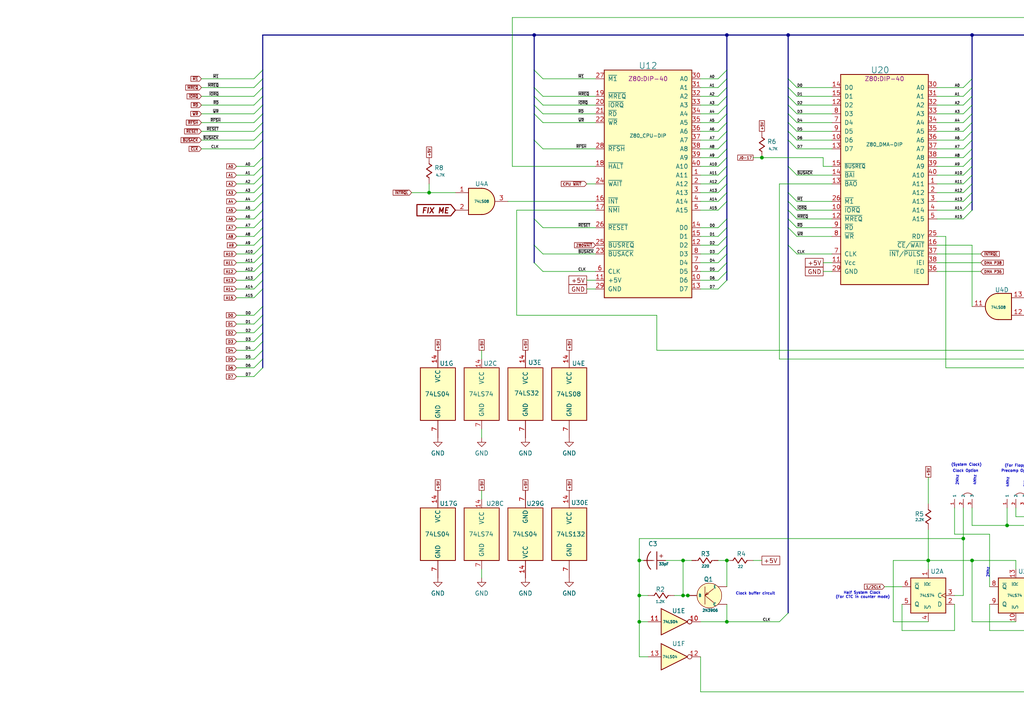
<source format=kicad_sch>
(kicad_sch (version 20211123) (generator eeschema)
  (paper "A4")
  (junction (at 198.12 172.72))
  (junction (at 220.98 45.72))
  (junction (at 378.46 53.34))
  (junction (at 354.33 172.72))
  (junction (at 154.94 10.16))
  (junction (at 199.4916 172.72))
  (junction (at 228.6 10.16))
  (junction (at 354.33 184.15))
  (junction (at 397.51 184.15))
  (junction (at 124.46 55.88))
  (junction (at 281.94 162.56))
  (junction (at 381 88.9))
  (junction (at 358.14 88.9))
  (junction (at 304.8 170.18))
  (junction (at 210.82 10.16))
  (junction (at 292.1 152.4))
  (junction (at 269.24 162.56))
  (junction (at 401.32 142.24))
  (junction (at 317.5 162.56))
  (junction (at 381 184.15))
  (junction (at 185.42 162.56))
  (junction (at 360.68 157.48))
  (junction (at 185.42 172.72))
  (junction (at 360.68 149.86))
  (junction (at 198.12 162.56))
  (junction (at 210.82 162.56))
  (junction (at 370.84 184.15))
  (junction (at 345.44 10.16))
  (junction (at 281.94 10.16))
  (junction (at 210.82 180.34))
  (junction (at 360.68 154.94))
  (junction (at 279.4 156.21))
  (junction (at 330.2 172.72))
  (junction (at 185.42 180.34))
  (junction (at 307.34 10.16))
  (junction (at 378.46 88.9))
  (bus_entry (at 154.94 63.5) (size 2.54 2.54))
  (bus_entry (at 76.2 22.86) (size -2.54 2.54))
  (bus_entry (at 307.34 30.48) (size 2.54 2.54))
  (bus_entry (at 307.34 45.72) (size 2.54 2.54))
  (bus_entry (at 73.66 66.04) (size 2.54 -2.54))
  (bus_entry (at 208.28 38.1) (size 2.54 -2.54))
  (bus_entry (at 342.9 25.4) (size 2.54 -2.54))
  (bus_entry (at 73.66 106.68) (size 2.54 -2.54))
  (bus_entry (at 279.4 43.18) (size 2.54 -2.54))
  (bus_entry (at 154.94 40.64) (size 2.54 2.54))
  (bus_entry (at 228.6 27.94) (size 2.54 2.54))
  (bus_entry (at 279.4 45.72) (size 2.54 -2.54))
  (bus_entry (at 208.28 43.18) (size 2.54 -2.54))
  (bus_entry (at 154.94 25.4) (size 2.54 2.54))
  (bus_entry (at 73.66 96.52) (size 2.54 -2.54))
  (bus_entry (at 76.2 33.02) (size -2.54 2.54))
  (bus_entry (at 76.2 30.48) (size -2.54 2.54))
  (bus_entry (at 73.66 58.42) (size 2.54 -2.54))
  (bus_entry (at 73.66 60.96) (size 2.54 -2.54))
  (bus_entry (at 208.28 45.72) (size 2.54 -2.54))
  (bus_entry (at 279.4 33.02) (size 2.54 -2.54))
  (bus_entry (at 73.66 101.6) (size 2.54 -2.54))
  (bus_entry (at 73.66 53.34) (size 2.54 -2.54))
  (bus_entry (at 228.6 33.02) (size 2.54 2.54))
  (bus_entry (at 208.28 25.4) (size 2.54 -2.54))
  (bus_entry (at 208.28 58.42) (size 2.54 -2.54))
  (bus_entry (at 228.6 38.1) (size 2.54 2.54))
  (bus_entry (at 154.94 20.32) (size 2.54 2.54))
  (bus_entry (at 307.34 40.64) (size 2.54 2.54))
  (bus_entry (at 208.28 83.82) (size 2.54 -2.54))
  (bus_entry (at 228.6 63.5) (size 2.54 2.54))
  (bus_entry (at 208.28 55.88) (size 2.54 -2.54))
  (bus_entry (at 342.9 40.64) (size 2.54 -2.54))
  (bus_entry (at 279.4 38.1) (size 2.54 -2.54))
  (bus_entry (at 342.9 43.18) (size 2.54 -2.54))
  (bus_entry (at 363.22 25.4) (size 2.54 2.54))
  (bus_entry (at 363.22 27.94) (size 2.54 2.54))
  (bus_entry (at 363.22 30.48) (size 2.54 2.54))
  (bus_entry (at 363.22 33.02) (size 2.54 2.54))
  (bus_entry (at 208.28 71.12) (size 2.54 -2.54))
  (bus_entry (at 307.34 38.1) (size 2.54 2.54))
  (bus_entry (at 76.2 27.94) (size -2.54 2.54))
  (bus_entry (at 307.34 25.4) (size 2.54 2.54))
  (bus_entry (at 154.94 71.12) (size 2.54 2.54))
  (bus_entry (at 307.34 27.94) (size 2.54 2.54))
  (bus_entry (at 208.28 81.28) (size 2.54 -2.54))
  (bus_entry (at 342.9 35.56) (size 2.54 -2.54))
  (bus_entry (at 208.28 53.34) (size 2.54 -2.54))
  (bus_entry (at 208.28 30.48) (size 2.54 -2.54))
  (bus_entry (at 208.28 76.2) (size 2.54 -2.54))
  (bus_entry (at 154.94 30.48) (size 2.54 2.54))
  (bus_entry (at 228.6 55.88) (size 2.54 2.54))
  (bus_entry (at 307.34 22.86) (size 2.54 2.54))
  (bus_entry (at 279.4 63.5) (size 2.54 -2.54))
  (bus_entry (at 279.4 35.56) (size 2.54 -2.54))
  (bus_entry (at 228.6 58.42) (size 2.54 2.54))
  (bus_entry (at 342.9 30.48) (size 2.54 -2.54))
  (bus_entry (at 226.06 180.34) (size 2.54 -2.54))
  (bus_entry (at 73.66 86.36) (size 2.54 -2.54))
  (bus_entry (at 279.4 53.34) (size 2.54 -2.54))
  (bus_entry (at 73.66 71.12) (size 2.54 -2.54))
  (bus_entry (at 73.66 50.8) (size 2.54 -2.54))
  (bus_entry (at 76.2 35.56) (size -2.54 2.54))
  (bus_entry (at 279.4 50.8) (size 2.54 -2.54))
  (bus_entry (at 73.66 55.88) (size 2.54 -2.54))
  (bus_entry (at 228.6 30.48) (size 2.54 2.54))
  (bus_entry (at 307.34 43.18) (size 2.54 2.54))
  (bus_entry (at 228.6 22.86) (size 2.54 2.54))
  (bus_entry (at 76.2 40.64) (size -2.54 2.54))
  (bus_entry (at 228.6 66.04) (size 2.54 2.54))
  (bus_entry (at 208.28 60.96) (size 2.54 -2.54))
  (bus_entry (at 228.6 71.12) (size 2.54 2.54))
  (bus_entry (at 279.4 55.88) (size 2.54 -2.54))
  (bus_entry (at 342.9 27.94) (size 2.54 -2.54))
  (bus_entry (at 279.4 25.4) (size 2.54 -2.54))
  (bus_entry (at 208.28 40.64) (size 2.54 -2.54))
  (bus_entry (at 279.4 48.26) (size 2.54 -2.54))
  (bus_entry (at 228.6 60.96) (size 2.54 2.54))
  (bus_entry (at 73.66 76.2) (size 2.54 -2.54))
  (bus_entry (at 154.94 33.02) (size 2.54 2.54))
  (bus_entry (at 307.34 33.02) (size 2.54 2.54))
  (bus_entry (at 73.66 104.14) (size 2.54 -2.54))
  (bus_entry (at 208.28 68.58) (size 2.54 -2.54))
  (bus_entry (at 342.9 38.1) (size 2.54 -2.54))
  (bus_entry (at 76.2 20.32) (size -2.54 2.54))
  (bus_entry (at 73.66 83.82) (size 2.54 -2.54))
  (bus_entry (at 208.28 66.04) (size 2.54 -2.54))
  (bus_entry (at 154.94 76.2) (size 2.54 2.54))
  (bus_entry (at 73.66 99.06) (size 2.54 -2.54))
  (bus_entry (at 208.28 22.86) (size 2.54 -2.54))
  (bus_entry (at 208.28 73.66) (size 2.54 -2.54))
  (bus_entry (at 76.2 38.1) (size -2.54 2.54))
  (bus_entry (at 363.22 73.66) (size 2.54 2.54))
  (bus_entry (at 363.22 71.12) (size 2.54 2.54))
  (bus_entry (at 363.22 78.74) (size 2.54 2.54))
  (bus_entry (at 363.22 76.2) (size 2.54 2.54))
  (bus_entry (at 279.4 40.64) (size 2.54 -2.54))
  (bus_entry (at 208.28 33.02) (size 2.54 -2.54))
  (bus_entry (at 307.34 35.56) (size 2.54 2.54))
  (bus_entry (at 279.4 58.42) (size 2.54 -2.54))
  (bus_entry (at 342.9 33.02) (size 2.54 -2.54))
  (bus_entry (at 208.28 27.94) (size 2.54 -2.54))
  (bus_entry (at 208.28 35.56) (size 2.54 -2.54))
  (bus_entry (at 307.34 48.26) (size 2.54 2.54))
  (bus_entry (at 363.22 60.96) (size 2.54 2.54))
  (bus_entry (at 363.22 63.5) (size 2.54 2.54))
  (bus_entry (at 363.22 66.04) (size 2.54 2.54))
  (bus_entry (at 363.22 68.58) (size 2.54 2.54))
  (bus_entry (at 208.28 48.26) (size 2.54 -2.54))
  (bus_entry (at 208.28 78.74) (size 2.54 -2.54))
  (bus_entry (at 73.66 78.74) (size 2.54 -2.54))
  (bus_entry (at 228.6 35.56) (size 2.54 2.54))
  (bus_entry (at 73.66 48.26) (size 2.54 -2.54))
  (bus_entry (at 208.28 50.8) (size 2.54 -2.54))
  (bus_entry (at 73.66 73.66) (size 2.54 -2.54))
  (bus_entry (at 73.66 81.28) (size 2.54 -2.54))
  (bus_entry (at 228.6 48.26) (size 2.54 2.54))
  (bus_entry (at 279.4 30.48) (size 2.54 -2.54))
  (bus_entry (at 279.4 60.96) (size 2.54 -2.54))
  (bus_entry (at 73.66 68.58) (size 2.54 -2.54))
  (bus_entry (at 363.22 99.06) (size 2.54 2.54))
  (bus_entry (at 363.22 109.22) (size 2.54 2.54))
  (bus_entry (at 363.22 106.68) (size 2.54 2.54))
  (bus_entry (at 363.22 111.76) (size 2.54 2.54))
  (bus_entry (at 363.22 114.3) (size 2.54 2.54))
  (bus_entry (at 363.22 101.6) (size 2.54 2.54))
  (bus_entry (at 363.22 104.14) (size 2.54 2.54))
  (bus_entry (at 73.66 93.98) (size 2.54 -2.54))
  (bus_entry (at 154.94 27.94) (size 2.54 2.54))
  (bus_entry (at 73.66 109.22) (size 2.54 -2.54))
  (bus_entry (at 279.4 27.94) (size 2.54 -2.54))
  (bus_entry (at 76.2 25.4) (size -2.54 2.54))
  (bus_entry (at 228.6 25.4) (size 2.54 2.54))
  (bus_entry (at 73.66 63.5) (size 2.54 -2.54))
  (bus_entry (at 73.66 91.44) (size 2.54 -2.54))
  (bus_entry (at 363.22 43.18) (size 2.54 2.54))
  (bus_entry (at 363.22 35.56) (size 2.54 2.54))
  (bus_entry (at 363.22 38.1) (size 2.54 2.54))
  (bus_entry (at 363.22 40.64) (size 2.54 2.54))
  (bus_entry (at 228.6 40.64) (size 2.54 2.54))
  (wire (pts (xy 358.14 88.9) (xy 378.46 88.9)))
  (wire (pts (xy 279.4 156.21) (xy 279.4 172.72)))
  (wire (pts (xy 203.2 66.04) (xy 208.28 66.04)))
  (bus (pts (xy 281.94 33.02) (xy 281.94 30.48)))
  (bus (pts (xy 363.22 76.2) (xy 363.22 78.74)))
  (wire (pts (xy 391.16 25.4) (xy 388.62 25.4)))
  (bus (pts (xy 228.6 38.1) (xy 228.6 40.64)))
  (wire (pts (xy 429.26 33.02) (xy 388.62 33.02)))
  (bus (pts (xy 281.94 30.48) (xy 281.94 27.94)))
  (wire (pts (xy 73.66 35.56) (xy 58.42 35.56)))
  (wire (pts (xy 68.58 109.22) (xy 73.66 109.22)))
  (wire (pts (xy 281.94 88.9) (xy 281.94 71.12)))
  (wire (pts (xy 170.18 81.28) (xy 172.72 81.28)))
  (wire (pts (xy 391.16 134.62) (xy 388.62 134.62)))
  (bus (pts (xy 363.22 104.14) (xy 363.22 106.68)))
  (wire (pts (xy 360.68 157.48) (xy 358.14 157.48)))
  (wire (pts (xy 325.12 182.88) (xy 309.88 182.88)))
  (wire (pts (xy 354.33 172.72) (xy 354.33 184.15)))
  (wire (pts (xy 370.84 152.4) (xy 337.82 152.4)))
  (wire (pts (xy 231.14 25.4) (xy 241.3 25.4)))
  (wire (pts (xy 292.1 147.32) (xy 292.1 152.4)))
  (bus (pts (xy 345.44 38.1) (xy 345.44 35.56)))
  (wire (pts (xy 203.2 27.94) (xy 208.28 27.94)))
  (wire (pts (xy 381 127) (xy 383.54 127)))
  (wire (pts (xy 388.62 152.4) (xy 429.26 152.4)))
  (bus (pts (xy 210.82 53.34) (xy 210.82 55.88)))
  (wire (pts (xy 281.94 152.4) (xy 281.94 147.32)))
  (bus (pts (xy 228.6 58.42) (xy 228.6 60.96)))
  (bus (pts (xy 307.34 22.86) (xy 307.34 25.4)))
  (wire (pts (xy 271.78 53.34) (xy 279.4 53.34)))
  (bus (pts (xy 307.34 35.56) (xy 307.34 38.1)))
  (wire (pts (xy 68.58 50.8) (xy 73.66 50.8)))
  (wire (pts (xy 73.66 30.48) (xy 58.42 30.48)))
  (wire (pts (xy 429.26 30.48) (xy 388.62 30.48)))
  (wire (pts (xy 271.78 35.56) (xy 279.4 35.56)))
  (wire (pts (xy 203.2 43.18) (xy 208.28 43.18)))
  (wire (pts (xy 416.56 200.66) (xy 203.2 200.66)))
  (bus (pts (xy 210.82 25.4) (xy 210.82 27.94)))
  (wire (pts (xy 365.76 114.3) (xy 370.84 114.3)))
  (wire (pts (xy 185.42 180.34) (xy 187.96 180.34)))
  (wire (pts (xy 365.76 101.6) (xy 370.84 101.6)))
  (bus (pts (xy 345.44 25.4) (xy 345.44 22.86)))
  (wire (pts (xy 203.2 73.66) (xy 208.28 73.66)))
  (bus (pts (xy 210.82 27.94) (xy 210.82 30.48)))
  (bus (pts (xy 76.2 83.82) (xy 76.2 88.9)))
  (wire (pts (xy 198.12 162.56) (xy 200.66 162.56)))
  (wire (pts (xy 271.78 27.94) (xy 279.4 27.94)))
  (wire (pts (xy 429.26 76.2) (xy 388.62 76.2)))
  (bus (pts (xy 210.82 43.18) (xy 210.82 45.72)))
  (wire (pts (xy 68.58 66.04) (xy 73.66 66.04)))
  (wire (pts (xy 231.14 73.66) (xy 241.3 73.66)))
  (bus (pts (xy 228.6 10.16) (xy 210.82 10.16)))
  (wire (pts (xy 355.6 5.08) (xy 148.59 5.08)))
  (wire (pts (xy 369.57 184.15) (xy 370.84 184.15)))
  (wire (pts (xy 354.33 193.04) (xy 358.14 193.04)))
  (bus (pts (xy 228.6 33.02) (xy 228.6 35.56)))
  (wire (pts (xy 317.5 162.56) (xy 317.5 165.1)))
  (wire (pts (xy 388.62 137.16) (xy 429.26 137.16)))
  (wire (pts (xy 294.64 149.86) (xy 307.34 149.86)))
  (bus (pts (xy 76.2 91.44) (xy 76.2 93.98)))
  (wire (pts (xy 365.76 30.48) (xy 370.84 30.48)))
  (wire (pts (xy 271.78 63.5) (xy 279.4 63.5)))
  (wire (pts (xy 403.86 88.9) (xy 414.02 88.9)))
  (wire (pts (xy 350.52 172.72) (xy 354.33 172.72)))
  (wire (pts (xy 68.58 68.58) (xy 73.66 68.58)))
  (wire (pts (xy 157.48 33.02) (xy 172.72 33.02)))
  (bus (pts (xy 210.82 78.74) (xy 210.82 81.28)))
  (bus (pts (xy 154.94 30.48) (xy 154.94 27.94)))
  (wire (pts (xy 276.86 147.32) (xy 276.86 154.94)))
  (bus (pts (xy 76.2 76.2) (xy 76.2 78.74)))
  (bus (pts (xy 76.2 10.16) (xy 154.94 10.16)))
  (bus (pts (xy 210.82 35.56) (xy 210.82 38.1)))
  (bus (pts (xy 228.6 22.86) (xy 228.6 25.4)))
  (wire (pts (xy 360.68 144.78) (xy 360.68 149.86)))
  (wire (pts (xy 360.68 157.48) (xy 370.84 157.48)))
  (bus (pts (xy 210.82 38.1) (xy 210.82 40.64)))
  (wire (pts (xy 297.18 147.32) (xy 330.2 147.32)))
  (wire (pts (xy 429.26 81.28) (xy 388.62 81.28)))
  (wire (pts (xy 370.84 147.32) (xy 340.36 147.32)))
  (wire (pts (xy 429.26 63.5) (xy 388.62 63.5)))
  (wire (pts (xy 271.78 33.02) (xy 279.4 33.02)))
  (bus (pts (xy 76.2 20.32) (xy 76.2 10.16)))
  (wire (pts (xy 337.82 55.88) (xy 340.36 55.88)))
  (wire (pts (xy 271.78 25.4) (xy 279.4 25.4)))
  (bus (pts (xy 76.2 30.48) (xy 76.2 27.94)))
  (wire (pts (xy 429.26 27.94) (xy 388.62 27.94)))
  (wire (pts (xy 337.82 152.4) (xy 337.82 106.68)))
  (wire (pts (xy 365.76 33.02) (xy 370.84 33.02)))
  (wire (pts (xy 271.78 55.88) (xy 279.4 55.88)))
  (wire (pts (xy 68.58 96.52) (xy 73.66 96.52)))
  (wire (pts (xy 429.26 111.76) (xy 388.62 111.76)))
  (wire (pts (xy 157.48 43.18) (xy 172.72 43.18)))
  (wire (pts (xy 231.14 58.42) (xy 241.3 58.42)))
  (bus (pts (xy 363.22 106.68) (xy 363.22 109.22)))
  (bus (pts (xy 154.94 27.94) (xy 154.94 25.4)))
  (wire (pts (xy 68.58 76.2) (xy 73.66 76.2)))
  (bus (pts (xy 363.22 73.66) (xy 363.22 76.2)))
  (wire (pts (xy 429.26 66.04) (xy 388.62 66.04)))
  (wire (pts (xy 325.12 175.26) (xy 325.12 182.88)))
  (wire (pts (xy 68.58 53.34) (xy 73.66 53.34)))
  (wire (pts (xy 309.88 30.48) (xy 314.96 30.48)))
  (wire (pts (xy 378.46 88.9) (xy 381 88.9)))
  (wire (pts (xy 185.42 172.72) (xy 185.42 180.34)))
  (bus (pts (xy 307.34 30.48) (xy 307.34 33.02)))
  (bus (pts (xy 76.2 88.9) (xy 76.2 91.44)))
  (wire (pts (xy 370.84 142.24) (xy 345.44 142.24)))
  (bus (pts (xy 210.82 48.26) (xy 210.82 50.8)))
  (wire (pts (xy 304.8 113.03) (xy 304.8 116.84)))
  (wire (pts (xy 203.2 60.96) (xy 208.28 60.96)))
  (wire (pts (xy 195.58 172.72) (xy 198.12 172.72)))
  (wire (pts (xy 297.18 86.36) (xy 299.72 86.36)))
  (wire (pts (xy 203.2 30.48) (xy 208.28 30.48)))
  (wire (pts (xy 337.82 58.42) (xy 340.36 58.42)))
  (wire (pts (xy 429.26 40.64) (xy 388.62 40.64)))
  (wire (pts (xy 370.84 144.78) (xy 360.68 144.78)))
  (bus (pts (xy 363.22 99.06) (xy 363.22 101.6)))
  (wire (pts (xy 276.86 172.72) (xy 279.4 172.72)))
  (wire (pts (xy 203.2 48.26) (xy 208.28 48.26)))
  (wire (pts (xy 68.58 99.06) (xy 73.66 99.06)))
  (bus (pts (xy 307.34 27.94) (xy 307.34 30.48)))
  (bus (pts (xy 210.82 50.8) (xy 210.82 53.34)))
  (bus (pts (xy 154.94 76.2) (xy 154.94 71.12)))
  (bus (pts (xy 345.44 10.16) (xy 363.22 10.16)))
  (bus (pts (xy 345.44 30.48) (xy 345.44 27.94)))
  (wire (pts (xy 73.66 38.1) (xy 58.42 38.1)))
  (wire (pts (xy 203.2 78.74) (xy 208.28 78.74)))
  (wire (pts (xy 429.26 116.84) (xy 388.62 116.84)))
  (wire (pts (xy 238.76 78.74) (xy 241.3 78.74)))
  (wire (pts (xy 256.54 170.18) (xy 261.62 170.18)))
  (wire (pts (xy 203.2 81.28) (xy 208.28 81.28)))
  (wire (pts (xy 429.26 73.66) (xy 388.62 73.66)))
  (wire (pts (xy 330.2 147.32) (xy 330.2 172.72)))
  (bus (pts (xy 228.6 71.12) (xy 228.6 177.8)))
  (bus (pts (xy 307.34 40.64) (xy 307.34 43.18)))
  (wire (pts (xy 203.2 58.42) (xy 208.28 58.42)))
  (wire (pts (xy 68.58 63.5) (xy 73.66 63.5)))
  (wire (pts (xy 379.73 172.72) (xy 397.51 172.72)))
  (bus (pts (xy 281.94 60.96) (xy 281.94 58.42)))
  (bus (pts (xy 76.2 53.34) (xy 76.2 55.88)))
  (bus (pts (xy 228.6 10.16) (xy 228.6 22.86)))
  (wire (pts (xy 365.76 81.28) (xy 370.84 81.28)))
  (bus (pts (xy 210.82 30.48) (xy 210.82 33.02)))
  (wire (pts (xy 304.8 172.72) (xy 304.8 170.18)))
  (wire (pts (xy 381 184.15) (xy 381 193.04)))
  (bus (pts (xy 154.94 10.16) (xy 210.82 10.16)))
  (wire (pts (xy 381 193.04) (xy 386.08 193.04)))
  (wire (pts (xy 307.34 162.56) (xy 317.5 162.56)))
  (wire (pts (xy 231.14 35.56) (xy 241.3 35.56)))
  (wire (pts (xy 309.88 27.94) (xy 314.96 27.94)))
  (bus (pts (xy 345.44 33.02) (xy 345.44 30.48)))
  (wire (pts (xy 330.2 172.72) (xy 335.28 172.72)))
  (wire (pts (xy 148.59 48.26) (xy 172.72 48.26)))
  (wire (pts (xy 259.08 162.56) (xy 269.24 162.56)))
  (bus (pts (xy 76.2 78.74) (xy 76.2 81.28)))
  (wire (pts (xy 271.78 58.42) (xy 279.4 58.42)))
  (wire (pts (xy 199.4916 172.72) (xy 199.644 172.72)))
  (bus (pts (xy 210.82 76.2) (xy 210.82 78.74)))
  (bus (pts (xy 228.6 66.04) (xy 228.6 71.12)))
  (wire (pts (xy 309.88 45.72) (xy 314.96 45.72)))
  (bus (pts (xy 281.94 43.18) (xy 281.94 40.64)))
  (wire (pts (xy 68.58 78.74) (xy 73.66 78.74)))
  (bus (pts (xy 76.2 101.6) (xy 76.2 104.14)))
  (wire (pts (xy 337.82 25.4) (xy 342.9 25.4)))
  (wire (pts (xy 302.26 172.72) (xy 304.8 172.72)))
  (bus (pts (xy 363.22 78.74) (xy 363.22 99.06)))
  (wire (pts (xy 365.76 27.94) (xy 370.84 27.94)))
  (wire (pts (xy 354.33 184.15) (xy 354.33 193.04)))
  (wire (pts (xy 429.26 71.12) (xy 388.62 71.12)))
  (wire (pts (xy 269.24 180.34) (xy 259.08 180.34)))
  (bus (pts (xy 307.34 10.16) (xy 307.34 22.86)))
  (bus (pts (xy 228.6 63.5) (xy 228.6 66.04)))
  (wire (pts (xy 139.7 101.6) (xy 139.7 104.14)))
  (wire (pts (xy 73.66 27.94) (xy 58.42 27.94)))
  (wire (pts (xy 370.84 184.15) (xy 372.11 184.15)))
  (wire (pts (xy 381 184.15) (xy 382.27 184.15)))
  (wire (pts (xy 203.2 53.34) (xy 208.28 53.34)))
  (wire (pts (xy 365.76 104.14) (xy 370.84 104.14)))
  (bus (pts (xy 210.82 73.66) (xy 210.82 76.2)))
  (wire (pts (xy 157.48 66.04) (xy 172.72 66.04)))
  (wire (pts (xy 276.86 154.94) (xy 287.02 154.94)))
  (wire (pts (xy 190.5 91.44) (xy 149.86 91.44)))
  (wire (pts (xy 429.26 45.72) (xy 388.62 45.72)))
  (wire (pts (xy 335.28 132.08) (xy 335.28 162.56)))
  (bus (pts (xy 363.22 68.58) (xy 363.22 71.12)))
  (wire (pts (xy 365.76 43.18) (xy 370.84 43.18)))
  (wire (pts (xy 269.24 162.56) (xy 269.24 165.1)))
  (wire (pts (xy 307.34 134.62) (xy 307.34 149.86)))
  (wire (pts (xy 345.44 101.6) (xy 190.5 101.6)))
  (wire (pts (xy 259.08 180.34) (xy 259.08 162.56)))
  (bus (pts (xy 228.6 40.64) (xy 228.6 48.26)))
  (wire (pts (xy 355.6 5.08) (xy 355.6 119.38)))
  (wire (pts (xy 271.78 50.8) (xy 279.4 50.8)))
  (bus (pts (xy 76.2 22.86) (xy 76.2 20.32)))
  (bus (pts (xy 210.82 55.88) (xy 210.82 58.42)))
  (wire (pts (xy 220.98 45.72) (xy 238.76 45.72)))
  (wire (pts (xy 231.14 40.64) (xy 241.3 40.64)))
  (wire (pts (xy 429.26 68.58) (xy 388.62 68.58)))
  (wire (pts (xy 429.26 119.38) (xy 388.62 119.38)))
  (wire (pts (xy 198.12 172.72) (xy 198.12 162.56)))
  (bus (pts (xy 281.94 48.26) (xy 281.94 45.72)))
  (wire (pts (xy 312.42 58.42) (xy 314.96 58.42)))
  (bus (pts (xy 281.94 25.4) (xy 281.94 22.86)))
  (wire (pts (xy 269.24 153.67) (xy 269.24 162.56)))
  (bus (pts (xy 76.2 68.58) (xy 76.2 71.12)))
  (wire (pts (xy 73.66 33.02) (xy 58.42 33.02)))
  (wire (pts (xy 68.58 81.28) (xy 73.66 81.28)))
  (wire (pts (xy 210.82 162.56) (xy 210.82 170.18)))
  (wire (pts (xy 208.28 162.56) (xy 210.82 162.56)))
  (wire (pts (xy 271.78 43.18) (xy 279.4 43.18)))
  (bus (pts (xy 281.94 45.72) (xy 281.94 43.18)))
  (wire (pts (xy 139.7 167.64) (xy 139.7 165.1)))
  (wire (pts (xy 370.84 78.74) (xy 365.76 78.74)))
  (wire (pts (xy 124.46 55.88) (xy 124.46 53.34)))
  (wire (pts (xy 337.82 33.02) (xy 342.9 33.02)))
  (bus (pts (xy 76.2 96.52) (xy 76.2 99.06)))
  (bus (pts (xy 76.2 71.12) (xy 76.2 73.66)))
  (wire (pts (xy 397.51 184.15) (xy 397.51 193.04)))
  (bus (pts (xy 345.44 22.86) (xy 345.44 10.16)))
  (wire (pts (xy 337.82 43.18) (xy 342.9 43.18)))
  (wire (pts (xy 340.36 104.14) (xy 340.36 147.32)))
  (wire (pts (xy 294.64 180.34) (xy 281.94 180.34)))
  (wire (pts (xy 309.88 50.8) (xy 314.96 50.8)))
  (wire (pts (xy 314.96 83.82) (xy 317.5 83.82)))
  (bus (pts (xy 363.22 40.64) (xy 363.22 43.18)))
  (bus (pts (xy 281.94 53.34) (xy 281.94 50.8)))
  (wire (pts (xy 429.26 106.68) (xy 388.62 106.68)))
  (wire (pts (xy 317.5 160.02) (xy 317.5 162.56)))
  (wire (pts (xy 388.62 147.32) (xy 429.26 147.32)))
  (wire (pts (xy 203.2 35.56) (xy 208.28 35.56)))
  (wire (pts (xy 358.14 127) (xy 378.46 127)))
  (wire (pts (xy 279.4 156.21) (xy 185.42 156.21)))
  (bus (pts (xy 210.82 33.02) (xy 210.82 35.56)))
  (wire (pts (xy 170.18 83.82) (xy 172.72 83.82)))
  (wire (pts (xy 309.88 40.64) (xy 314.96 40.64)))
  (bus (pts (xy 281.94 27.94) (xy 281.94 25.4)))
  (wire (pts (xy 368.3 48.26) (xy 370.84 48.26)))
  (wire (pts (xy 185.42 162.56) (xy 185.42 172.72)))
  (wire (pts (xy 187.96 172.72) (xy 185.42 172.72)))
  (wire (pts (xy 302.26 182.88) (xy 302.26 175.26)))
  (wire (pts (xy 271.78 60.96) (xy 279.4 60.96)))
  (bus (pts (xy 228.6 48.26) (xy 228.6 55.88)))
  (wire (pts (xy 335.28 162.56) (xy 429.26 162.56)))
  (wire (pts (xy 203.2 83.82) (xy 208.28 83.82)))
  (wire (pts (xy 198.12 172.72) (xy 199.4916 172.72)))
  (wire (pts (xy 360.68 154.94) (xy 370.84 154.94)))
  (wire (pts (xy 68.58 101.6) (xy 73.66 101.6)))
  (wire (pts (xy 185.42 156.21) (xy 185.42 162.56)))
  (bus (pts (xy 76.2 60.96) (xy 76.2 63.5)))
  (wire (pts (xy 294.64 147.32) (xy 294.64 149.86)))
  (wire (pts (xy 287.02 154.94) (xy 287.02 170.18)))
  (bus (pts (xy 281.94 40.64) (xy 281.94 38.1)))
  (wire (pts (xy 309.88 25.4) (xy 314.96 25.4)))
  (bus (pts (xy 228.6 55.88) (xy 228.6 58.42)))
  (bus (pts (xy 363.22 63.5) (xy 363.22 66.04)))
  (wire (pts (xy 365.76 73.66) (xy 370.84 73.66)))
  (wire (pts (xy 397.51 193.04) (xy 393.7 193.04)))
  (wire (pts (xy 365.76 35.56) (xy 370.84 35.56)))
  (bus (pts (xy 281.94 58.42) (xy 281.94 55.88)))
  (wire (pts (xy 271.78 30.48) (xy 279.4 30.48)))
  (wire (pts (xy 241.3 53.34) (xy 226.06 53.34)))
  (wire (pts (xy 271.78 38.1) (xy 279.4 38.1)))
  (wire (pts (xy 358.14 53.34) (xy 378.46 53.34)))
  (wire (pts (xy 203.2 33.02) (xy 208.28 33.02)))
  (wire (pts (xy 391.16 60.96) (xy 388.62 60.96)))
  (bus (pts (xy 363.22 43.18) (xy 363.22 60.96)))
  (wire (pts (xy 185.42 190.5) (xy 187.96 190.5)))
  (bus (pts (xy 154.94 25.4) (xy 154.94 20.32)))
  (wire (pts (xy 73.66 25.4) (xy 58.42 25.4)))
  (bus (pts (xy 307.34 33.02) (xy 307.34 35.56)))
  (wire (pts (xy 68.58 104.14) (xy 73.66 104.14)))
  (wire (pts (xy 203.2 22.86) (xy 208.28 22.86)))
  (wire (pts (xy 309.88 182.88) (xy 309.88 175.26)))
  (wire (pts (xy 149.86 60.96) (xy 172.72 60.96)))
  (bus (pts (xy 76.2 99.06) (xy 76.2 101.6)))
  (wire (pts (xy 203.2 71.12) (xy 208.28 71.12)))
  (bus (pts (xy 363.22 10.16) (xy 363.22 25.4)))
  (wire (pts (xy 73.66 40.64) (xy 58.42 40.64)))
  (bus (pts (xy 76.2 40.64) (xy 76.2 38.1)))
  (wire (pts (xy 139.7 127) (xy 139.7 124.46)))
  (wire (pts (xy 281.94 152.4) (xy 292.1 152.4)))
  (bus (pts (xy 76.2 63.5) (xy 76.2 66.04)))
  (bus (pts (xy 363.22 101.6) (xy 363.22 104.14)))
  (wire (pts (xy 269.24 138.43) (xy 269.24 146.05)))
  (wire (pts (xy 68.58 93.98) (xy 73.66 93.98)))
  (bus (pts (xy 228.6 25.4) (xy 228.6 27.94)))
  (wire (pts (xy 345.44 142.24) (xy 345.44 101.6)))
  (wire (pts (xy 365.76 68.58) (xy 370.84 68.58)))
  (wire (pts (xy 304.8 124.46) (xy 304.8 129.54)))
  (wire (pts (xy 429.26 170.18) (xy 416.56 170.18)))
  (wire (pts (xy 429.26 78.74) (xy 388.62 78.74)))
  (bus (pts (xy 76.2 93.98) (xy 76.2 96.52)))
  (wire (pts (xy 391.16 99.06) (xy 388.62 99.06)))
  (wire (pts (xy 203.2 76.2) (xy 208.28 76.2)))
  (wire (pts (xy 185.42 180.34) (xy 185.42 190.5)))
  (wire (pts (xy 203.2 68.58) (xy 208.28 68.58)))
  (bus (pts (xy 228.6 30.48) (xy 228.6 33.02)))
  (wire (pts (xy 231.14 30.48) (xy 241.3 30.48)))
  (bus (pts (xy 210.82 40.64) (xy 210.82 43.18)))
  (wire (pts (xy 429.26 109.22) (xy 388.62 109.22)))
  (bus (pts (xy 76.2 58.42) (xy 76.2 60.96)))
  (bus (pts (xy 345.44 10.16) (xy 307.34 10.16)))
  (bus (pts (xy 307.34 45.72) (xy 307.34 48.26)))
  (wire (pts (xy 231.14 38.1) (xy 241.3 38.1)))
  (wire (pts (xy 365.76 111.76) (xy 370.84 111.76)))
  (bus (pts (xy 210.82 45.72) (xy 210.82 48.26)))
  (wire (pts (xy 381 88.9) (xy 388.62 88.9)))
  (bus (pts (xy 76.2 66.04) (xy 76.2 68.58)))
  (wire (pts (xy 68.58 58.42) (xy 73.66 58.42)))
  (wire (pts (xy 322.58 132.08) (xy 335.28 132.08)))
  (wire (pts (xy 68.58 71.12) (xy 73.66 71.12)))
  (wire (pts (xy 307.34 180.34) (xy 307.34 162.56)))
  (wire (pts (xy 231.14 68.58) (xy 241.3 68.58)))
  (wire (pts (xy 330.2 172.72) (xy 325.12 172.72)))
  (bus (pts (xy 210.82 71.12) (xy 210.82 73.66)))
  (wire (pts (xy 378.46 53.34) (xy 381 53.34)))
  (bus (pts (xy 345.44 35.56) (xy 345.44 33.02)))
  (wire (pts (xy 226.06 104.14) (xy 340.36 104.14)))
  (wire (pts (xy 287.02 182.88) (xy 302.26 182.88)))
  (wire (pts (xy 68.58 73.66) (xy 73.66 73.66)))
  (bus (pts (xy 363.22 111.76) (xy 363.22 114.3)))
  (bus (pts (xy 307.34 43.18) (xy 307.34 45.72)))
  (wire (pts (xy 271.78 78.74) (xy 284.48 78.74)))
  (bus (pts (xy 363.22 25.4) (xy 363.22 27.94)))
  (bus (pts (xy 210.82 63.5) (xy 210.82 66.04)))
  (wire (pts (xy 360.68 149.86) (xy 360.68 154.94)))
  (wire (pts (xy 309.88 35.56) (xy 314.96 35.56)))
  (wire (pts (xy 370.84 137.16) (xy 370.84 139.7)))
  (bus (pts (xy 345.44 40.64) (xy 345.44 38.1)))
  (wire (pts (xy 157.48 22.86) (xy 172.72 22.86)))
  (bus (pts (xy 154.94 63.5) (xy 154.94 71.12)))
  (wire (pts (xy 210.82 180.34) (xy 210.82 175.26)))
  (wire (pts (xy 238.76 76.2) (xy 241.3 76.2)))
  (wire (pts (xy 68.58 48.26) (xy 73.66 48.26)))
  (wire (pts (xy 304.8 170.18) (xy 309.88 170.18)))
  (wire (pts (xy 261.62 175.26) (xy 261.62 182.88)))
  (wire (pts (xy 148.59 5.08) (xy 148.59 48.26)))
  (wire (pts (xy 269.24 162.56) (xy 281.94 162.56)))
  (wire (pts (xy 287.02 175.26) (xy 287.02 182.88)))
  (wire (pts (xy 271.78 68.58) (xy 274.32 68.58)))
  (bus (pts (xy 76.2 45.72) (xy 76.2 48.26)))
  (wire (pts (xy 365.76 38.1) (xy 370.84 38.1)))
  (wire (pts (xy 274.32 106.68) (xy 274.32 68.58)))
  (bus (pts (xy 281.94 38.1) (xy 281.94 35.56)))
  (bus (pts (xy 363.22 33.02) (xy 363.22 35.56)))
  (wire (pts (xy 170.18 53.34) (xy 172.72 53.34)))
  (wire (pts (xy 426.72 154.94) (xy 429.26 154.94)))
  (bus (pts (xy 363.22 60.96) (xy 363.22 63.5)))
  (wire (pts (xy 337.82 38.1) (xy 342.9 38.1)))
  (wire (pts (xy 294.64 162.56) (xy 294.64 165.1)))
  (wire (pts (xy 370.84 184.15) (xy 370.84 193.04)))
  (wire (pts (xy 379.73 184.15) (xy 381 184.15)))
  (bus (pts (xy 210.82 58.42) (xy 210.82 63.5)))
  (wire (pts (xy 73.66 22.86) (xy 58.42 22.86)))
  (wire (pts (xy 337.82 27.94) (xy 342.9 27.94)))
  (wire (pts (xy 401.32 142.24) (xy 429.26 142.24)))
  (bus (pts (xy 154.94 20.32) (xy 154.94 10.16)))
  (bus (pts (xy 154.94 33.02) (xy 154.94 30.48)))
  (wire (pts (xy 68.58 83.82) (xy 73.66 83.82)))
  (wire (pts (xy 238.76 45.72) (xy 238.76 48.26)))
  (wire (pts (xy 365.76 71.12) (xy 370.84 71.12)))
  (wire (pts (xy 312.42 55.88) (xy 314.96 55.88)))
  (wire (pts (xy 388.62 142.24) (xy 401.32 142.24)))
  (wire (pts (xy 271.78 76.2) (xy 284.48 76.2)))
  (wire (pts (xy 365.76 106.68) (xy 370.84 106.68)))
  (wire (pts (xy 401.32 134.62) (xy 401.32 142.24)))
  (wire (pts (xy 68.58 106.68) (xy 73.66 106.68)))
  (wire (pts (xy 231.14 63.5) (xy 241.3 63.5)))
  (bus (pts (xy 363.22 38.1) (xy 363.22 40.64)))
  (bus (pts (xy 210.82 68.58) (xy 210.82 71.12)))
  (bus (pts (xy 210.82 10.16) (xy 210.82 20.32)))
  (bus (pts (xy 76.2 50.8) (xy 76.2 53.34)))
  (wire (pts (xy 68.58 91.44) (xy 73.66 91.44)))
  (wire (pts (xy 337.82 30.48) (xy 342.9 30.48)))
  (wire (pts (xy 261.62 182.88) (xy 276.86 182.88)))
  (wire (pts (xy 231.14 60.96) (xy 241.3 60.96)))
  (wire (pts (xy 231.14 43.18) (xy 241.3 43.18)))
  (bus (pts (xy 228.6 35.56) (xy 228.6 38.1)))
  (bus (pts (xy 76.2 40.64) (xy 76.2 45.72)))
  (wire (pts (xy 360.68 154.94) (xy 360.68 157.48)))
  (wire (pts (xy 304.8 129.54) (xy 307.34 129.54)))
  (wire (pts (xy 309.88 48.26) (xy 314.96 48.26)))
  (wire (pts (xy 281.94 162.56) (xy 294.64 162.56)))
  (bus (pts (xy 363.22 27.94) (xy 363.22 30.48)))
  (wire (pts (xy 429.26 38.1) (xy 388.62 38.1)))
  (bus (pts (xy 281.94 55.88) (xy 281.94 53.34)))
  (wire (pts (xy 203.2 45.72) (xy 208.28 45.72)))
  (wire (pts (xy 220.98 162.56) (xy 218.44 162.56)))
  (wire (pts (xy 203.2 55.88) (xy 208.28 55.88)))
  (bus (pts (xy 363.22 71.12) (xy 363.22 73.66)))
  (bus (pts (xy 76.2 25.4) (xy 76.2 22.86)))
  (wire (pts (xy 429.26 43.18) (xy 388.62 43.18)))
  (wire (pts (xy 416.56 170.18) (xy 416.56 200.66)))
  (wire (pts (xy 429.26 35.56) (xy 388.62 35.56)))
  (wire (pts (xy 309.88 33.02) (xy 314.96 33.02)))
  (wire (pts (xy 157.48 30.48) (xy 172.72 30.48)))
  (wire (pts (xy 370.84 76.2) (xy 365.76 76.2)))
  (bus (pts (xy 307.34 10.16) (xy 281.94 10.16)))
  (wire (pts (xy 358.14 127) (xy 358.14 88.9)))
  (wire (pts (xy 317.5 180.34) (xy 307.34 180.34)))
  (wire (pts (xy 304.8 170.18) (xy 304.8 152.4)))
  (wire (pts (xy 185.42 162.56) (xy 186.69 162.56)))
  (wire (pts (xy 279.4 147.32) (xy 279.4 156.21)))
  (wire (pts (xy 309.88 38.1) (xy 314.96 38.1)))
  (wire (pts (xy 73.66 43.18) (xy 58.42 43.18)))
  (wire (pts (xy 157.48 73.66) (xy 172.72 73.66)))
  (bus (pts (xy 76.2 81.28) (xy 76.2 83.82)))
  (wire (pts (xy 372.11 172.72) (xy 354.33 172.72)))
  (wire (pts (xy 203.2 40.64) (xy 208.28 40.64)))
  (wire (pts (xy 365.76 45.72) (xy 370.84 45.72)))
  (wire (pts (xy 271.78 71.12) (xy 281.94 71.12)))
  (bus (pts (xy 210.82 22.86) (xy 210.82 25.4)))
  (wire (pts (xy 203.2 25.4) (xy 208.28 25.4)))
  (wire (pts (xy 276.86 182.88) (xy 276.86 175.26)))
  (wire (pts (xy 271.78 40.64) (xy 279.4 40.64)))
  (wire (pts (xy 312.42 60.96) (xy 314.96 60.96)))
  (wire (pts (xy 271.78 45.72) (xy 279.4 45.72)))
  (wire (pts (xy 365.76 109.22) (xy 370.84 109.22)))
  (bus (pts (xy 76.2 33.02) (xy 76.2 30.48)))
  (bus (pts (xy 76.2 48.26) (xy 76.2 50.8)))
  (wire (pts (xy 231.14 50.8) (xy 241.3 50.8)))
  (wire (pts (xy 429.26 101.6) (xy 388.62 101.6)))
  (wire (pts (xy 231.14 66.04) (xy 241.3 66.04)))
  (wire (pts (xy 337.82 35.56) (xy 342.9 35.56)))
  (bus (pts (xy 345.44 27.94) (xy 345.44 25.4)))
  (wire (pts (xy 193.04 162.56) (xy 198.12 162.56)))
  (wire (pts (xy 309.88 43.18) (xy 314.96 43.18)))
  (bus (pts (xy 210.82 66.04) (xy 210.82 68.58)))
  (wire (pts (xy 190.5 101.6) (xy 190.5 91.44)))
  (wire (pts (xy 271.78 48.26) (xy 279.4 48.26)))
  (bus (pts (xy 154.94 40.64) (xy 154.94 63.5)))
  (bus (pts (xy 210.82 20.32) (xy 210.82 22.86)))
  (wire (pts (xy 358.14 53.34) (xy 358.14 88.9)))
  (wire (pts (xy 203.2 50.8) (xy 208.28 50.8)))
  (wire (pts (xy 231.14 27.94) (xy 241.3 27.94)))
  (bus (pts (xy 76.2 35.56) (xy 76.2 38.1)))
  (bus (pts (xy 154.94 40.64) (xy 154.94 33.02)))
  (wire (pts (xy 370.84 193.04) (xy 365.76 193.04)))
  (bus (pts (xy 363.22 109.22) (xy 363.22 111.76)))
  (bus (pts (xy 228.6 10.16) (xy 281.94 10.16)))
  (wire (pts (xy 429.26 114.3) (xy 388.62 114.3)))
  (wire (pts (xy 147.32 58.42) (xy 172.72 58.42)))
  (wire (pts (xy 365.76 63.5) (xy 370.84 63.5)))
  (bus (pts (xy 281.94 50.8) (xy 281.94 48.26)))
  (wire (pts (xy 68.58 55.88) (xy 73.66 55.88)))
  (wire (pts (xy 365.76 66.04) (xy 370.84 66.04)))
  (wire (pts (xy 119.38 55.88) (xy 124.46 55.88)))
  (wire (pts (xy 281.94 180.34) (xy 281.94 162.56)))
  (wire (pts (xy 203.2 200.66) (xy 203.2 190.5)))
  (wire (pts (xy 365.76 40.64) (xy 370.84 40.64)))
  (bus (pts (xy 228.6 60.96) (xy 228.6 63.5)))
  (wire (pts (xy 429.26 104.14) (xy 388.62 104.14)))
  (bus (pts (xy 76.2 55.88) (xy 76.2 58.42)))
  (wire (pts (xy 157.48 78.74) (xy 172.72 78.74)))
  (bus (pts (xy 76.2 73.66) (xy 76.2 76.2)))
  (wire (pts (xy 132.08 55.88) (xy 124.46 55.88)))
  (bus (pts (xy 281.94 22.86) (xy 281.94 10.16)))
  (wire (pts (xy 370.84 119.38) (xy 355.6 119.38)))
  (wire (pts (xy 337.82 40.64) (xy 342.9 40.64)))
  (bus (pts (xy 363.22 35.56) (xy 363.22 38.1)))
  (wire (pts (xy 157.48 35.56) (xy 172.72 35.56)))
  (wire (pts (xy 397.51 172.72) (xy 397.51 184.15)))
  (bus (pts (xy 76.2 104.14) (xy 76.2 106.68)))
  (bus (pts (xy 307.34 25.4) (xy 307.34 27.94)))
  (wire (pts (xy 157.48 27.94) (xy 172.72 27.94)))
  (wire (pts (xy 68.58 86.36) (xy 73.66 86.36)))
  (wire (pts (xy 218.44 45.72) (xy 220.98 45.72)))
  (bus (pts (xy 363.22 66.04) (xy 363.22 68.58)))
  (wire (pts (xy 139.7 142.24) (xy 139.7 144.78)))
  (wire (pts (xy 365.76 116.84) (xy 370.84 116.84)))
  (wire (pts (xy 360.68 149.86) (xy 370.84 149.86)))
  (bus (pts (xy 76.2 27.94) (xy 76.2 25.4)))
  (wire (pts (xy 238.76 48.26) (xy 241.3 48.26)))
  (wire (pts (xy 226.06 53.34) (xy 226.06 104.14)))
  (wire (pts (xy 337.82 106.68) (xy 274.32 106.68)))
  (bus (pts (xy 228.6 27.94) (xy 228.6 30.48)))
  (wire (pts (xy 271.78 73.66) (xy 284.48 73.66)))
  (wire (pts (xy 203.2 38.1) (xy 208.28 38.1)))
  (bus (pts (xy 76.2 33.02) (xy 76.2 35.56)))
  (wire (pts (xy 68.58 60.96) (xy 73.66 60.96)))
  (wire (pts (xy 210.82 180.34) (xy 226.06 180.34)))
  (wire (pts (xy 203.2 180.34) (xy 210.82 180.34)))
  (wire (pts (xy 292.1 152.4) (xy 304.8 152.4)))
  (wire (pts (xy 149.86 91.44) (xy 149.86 60.96)))
  (wire (pts (xy 231.14 33.02) (xy 241.3 33.02)))
  (bus (pts (xy 281.94 35.56) (xy 281.94 33.02)))
  (bus (pts (xy 307.34 38.1) (xy 307.34 40.64)))
  (bus (pts (xy 363.22 30.48) (xy 363.22 33.02)))
  (text "SHT3 U36 P10" (at 320.548 89.408 0) (effects (font (size 0.762 0.762)) (justify left bottom)))
  (text "(System Clock)" (at 275.844 135.382 0) (effects (font (size 0.762 0.762)) (justify left bottom)))
  (text "System Clock (out)" (at 416.56 170.18 0) (effects (font (size 0.762 0.762)) (justify left bottom)))
  (text "4Mhz" (at 304.8 167.64 90) (effects (font (size 0.762 0.762)) (justify left bottom)))
  (text "Buffered ~{SELECT}" (at 416.56 137.16 0) (effects (font (size 0.762 0.762)) (justify left bottom)))
  (text "~{WAIT} IN" (at 302.768 92.202 0) (effects (font (size 0.762 0.762)) (justify left bottom)))
  (text "Precomp Option" (at 299.72 137.16 180) (effects (font (size 0.762 0.762)) (justify right bottom)))
  (text "Floppy Precomp Clock\n    (8 or 4Mhz)" (at 414.782 163.576 0) (effects (font (size 0.762 0.762)) (justify left bottom)))
  (text "(For Floppy)" (at 291.338 135.636 0) (effects (font (size 0.762 0.762)) (justify left bottom)))
  (text "4Mhz" (at 283.21 137.795 270) (effects (font (size 0.762 0.762)) (justify right bottom)))
  (text "Clock buffer circuit" (at 213.36 172.72 0) (effects (font (size 0.762 0.762)) (justify left bottom)))
  (text "Floppy Precomp Clock\n    (8 or 4Mhz)" (at 322.58 132.08 0) (effects (font (size 0.762 0.762)) (justify left bottom)))
  (text "4Mhz" (at 292.735 138.43 270) (effects (font (size 0.762 0.762)) (justify right bottom)))
  (text "    Half System Clock\n(For CTC in counter mode)" (at 242.316 173.736 0) (effects (font (size 0.762 0.762)) (justify left bottom)))
  (text "8Mhz" (at 297.815 138.43 270) (effects (font (size 0.762 0.762)) (justify right bottom)))
  (text "8Mhz" (at 332.74 172.72 0) (effects (font (size 0.762 0.762)) (justify left bottom)))
  (text "2Mhz" (at 287.02 167.64 90) (effects (font (size 0.762 0.762)) (justify left bottom)))
  (text "Clock Option" (at 283.845 137.16 180) (effects (font (size 0.762 0.762)) (justify right bottom)))
  (text "SHT3 U14 P11" (at 356.108 137.922 0) (effects (font (size 0.762 0.762)) (justify left bottom)))
  (text "2Mhz" (at 278.13 137.795 270) (effects (font (size 0.762 0.762)) (justify right bottom)))
  (label "D1" (at 340.36 27.94 0) (effects (font (size 0.762 0.762))))
  (label "~{WR}" (at 63.5 33.02 180) (effects (font (size 0.762 0.762))))
  (label "A14" (at 71.12 83.82 0) (effects (font (size 0.762 0.762))))
  (label "D5" (at 205.74 78.74 0) (effects (font (size 0.762 0.762))))
  (label "A1" (at 71.12 50.8 0) (effects (font (size 0.762 0.762))))
  (label "D0" (at 71.12 91.44 0) (effects (font (size 0.762 0.762))))
  (label "A4" (at 276.86 35.56 0) (effects (font (size 0.762 0.762))))
  (label "D1" (at 231.14 27.94 0) (effects (font (size 0.762 0.762))))
  (label "D0" (at 205.74 66.04 0) (effects (font (size 0.762 0.762))))
  (label "A11" (at 368.3 71.12 0) (effects (font (size 0.762 0.762))))
  (label "A2" (at 309.88 30.48 0) (effects (font (size 0.762 0.762))))
  (label "A7" (at 205.74 40.64 0) (effects (font (size 0.762 0.762))))
  (label "~{RD}" (at 63.5 30.48 180) (effects (font (size 0.762 0.762))))
  (label "A5" (at 205.74 35.56 0) (effects (font (size 0.762 0.762))))
  (label "DMA ~{BAO}" (at 365.76 147.32 0) (effects (font (size 0.762 0.762))))
  (label "D7" (at 71.12 109.22 0) (effects (font (size 0.762 0.762))))
  (label "A0" (at 71.12 48.26 0) (effects (font (size 0.762 0.762))))
  (label "~{M1}" (at 167.64 22.86 0) (effects (font (size 0.762 0.762))))
  (label "~{WR}" (at 231.14 68.58 0) (effects (font (size 0.762 0.762))))
  (label "A6" (at 276.86 40.64 0) (effects (font (size 0.762 0.762))))
  (label "~{RESET}" (at 63.5 38.1 180) (effects (font (size 0.762 0.762))))
  (label "A9" (at 205.74 45.72 0) (effects (font (size 0.762 0.762))))
  (label "A4" (at 205.74 33.02 0) (effects (font (size 0.762 0.762))))
  (label "A13" (at 276.86 58.42 0) (effects (font (size 0.762 0.762))))
  (label "A2" (at 368.3 33.02 180) (effects (font (size 0.762 0.762))))
  (label "A6" (at 71.12 63.5 0) (effects (font (size 0.762 0.762))))
  (label "D3" (at 340.36 33.02 0) (effects (font (size 0.762 0.762))))
  (label "A2" (at 71.12 53.34 0) (effects (font (size 0.762 0.762))))
  (label "~{BUSACK}" (at 63.5 40.64 180) (effects (font (size 0.762 0.762))))
  (label "A2" (at 276.86 30.48 0) (effects (font (size 0.762 0.762))))
  (label "~{MREQ}" (at 63.5 25.4 180) (effects (font (size 0.762 0.762))))
  (label "~{MREQ}" (at 231.14 63.5 0) (effects (font (size 0.762 0.762))))
  (label "A1" (at 276.86 27.94 0) (effects (font (size 0.762 0.762))))
  (label "CLK" (at 231.14 73.66 0) (effects (font (size 0.762 0.762))))
  (label "A14" (at 205.74 58.42 0) (effects (font (size 0.762 0.762))))
  (label "~{WR}" (at 167.64 35.56 0) (effects (font (size 0.762 0.762))))
  (label "D3" (at 71.12 99.06 0) (effects (font (size 0.762 0.762))))
  (label "~{IORQ}" (at 167.64 30.48 0) (effects (font (size 0.762 0.762))))
  (label "D6" (at 231.14 40.64 0) (effects (font (size 0.762 0.762))))
  (label "A8" (at 205.74 43.18 0) (effects (font (size 0.762 0.762))))
  (label "A15" (at 205.74 60.96 0) (effects (font (size 0.762 0.762))))
  (label "~{WR}" (at 365.76 106.68 0) (effects (font (size 0.762 0.762))))
  (label "~{MREQ}" (at 365.76 104.14 0) (effects (font (size 0.762 0.762))))
  (label "A8" (at 71.12 68.58 0) (effects (font (size 0.762 0.762))))
  (label "~{M1}" (at 63.5 22.86 180) (effects (font (size 0.762 0.762))))
  (label "A15" (at 71.12 86.36 0) (effects (font (size 0.762 0.762))))
  (label "D4" (at 231.14 35.56 0) (effects (font (size 0.762 0.762))))
  (label "~{IORQ}" (at 231.14 60.96 0) (effects (font (size 0.762 0.762))))
  (label "A8" (at 309.88 45.72 0) (effects (font (size 0.762 0.762))))
  (label "D3" (at 231.14 33.02 0) (effects (font (size 0.762 0.762))))
  (label "A11" (at 276.86 53.34 0) (effects (font (size 0.762 0.762))))
  (label "A6" (at 368.3 43.18 180) (effects (font (size 0.762 0.762))))
  (label "D1" (at 71.12 93.98 0) (effects (font (size 0.762 0.762))))
  (label "A3" (at 71.12 55.88 0) (effects (font (size 0.762 0.762))))
  (label "A13" (at 71.12 81.28 0) (effects (font (size 0.762 0.762))))
  (label "~{RD}" (at 167.64 33.02 0) (effects (font (size 0.762 0.762))))
  (label "A7" (at 276.86 43.18 0) (effects (font (size 0.762 0.762))))
  (label "D1" (at 205.74 68.58 0) (effects (font (size 0.762 0.762))))
  (label "D5" (at 71.12 104.14 0) (effects (font (size 0.762 0.762))))
  (label "~{RD}" (at 231.14 66.04 0) (effects (font (size 0.762 0.762))))
  (label "A13" (at 368.3 76.2 0) (effects (font (size 0.762 0.762))))
  (label "D7" (at 205.74 83.82 0) (effects (font (size 0.762 0.762))))
  (label "~{NMI}" (at 368.3 142.24 0) (effects (font (size 0.762 0.762))))
  (label "A12" (at 205.74 53.34 0) (effects (font (size 0.762 0.762))))
  (label "~{M1}" (at 365.76 114.3 0) (effects (font (size 0.762 0.762))))
  (label "A5" (at 276.86 38.1 0) (effects (font (size 0.762 0.762))))
  (label "A0" (at 276.86 25.4 0) (effects (font (size 0.762 0.762))))
  (label "CLK" (at 223.52 180.34 180) (effects (font (size 0.762 0.762))))
  (label "A7" (at 71.12 66.04 0) (effects (font (size 0.762 0.762))))
  (label "D4" (at 71.12 101.6 0) (effects (font (size 0.762 0.762))))
  (label "A15" (at 368.3 81.28 0) (effects (font (size 0.762 0.762))))
  (label "A9" (at 71.12 71.12 0) (effects (font (size 0.762 0.762))))
  (label "D3" (at 205.74 73.66 0) (effects (font (size 0.762 0.762))))
  (label "A3" (at 276.86 33.02 0) (effects (font (size 0.762 0.762))))
  (label "A3" (at 205.74 30.48 0) (effects (font (size 0.762 0.762))))
  (label "~{BUSACK}" (at 231.14 50.8 0) (effects (font (size 0.762 0.762))))
  (label "A4" (at 368.3 38.1 180) (effects (font (size 0.762 0.762))))
  (label "A11" (at 71.12 76.2 0) (effects (font (size 0.762 0.762))))
  (label "A1" (at 309.88 27.94 0) (effects (font (size 0.762 0.762))))
  (label "~{RFSH}" (at 365.76 116.84 0) (effects (font (size 0.762 0.762))))
  (label "A11" (at 205.74 50.8 0) (effects (font (size 0.762 0.762))))
  (label "D4" (at 205.74 76.2 0) (effects (font (size 0.762 0.762))))
  (label "D2" (at 205.74 71.12 0) (effects (font (size 0.762 0.762))))
  (label "D5" (at 231.14 38.1 0) (effects (font (size 0.762 0.762))))
  (label "D5" (at 340.36 38.1 0) (effects (font (size 0.762 0.762))))
  (label "A3" (at 309.88 33.02 0) (effects (font (size 0.762 0.762))))
  (label "A15" (at 276.86 63.5 0) (effects (font (size 0.762 0.762))))
  (label "A12" (at 368.3 73.66 0) (effects (font (size 0.762 0.762))))
  (label "A5" (at 309.88 38.1 0) (effects (font (size 0.762 0.762))))
  (label "A10" (at 205.74 48.26 0) (effects (font (size 0.762 0.762))))
  (label "A4" (at 71.12 58.42 0) (effects (font (size 0.762 0.762))))
  (label "A3" (at 368.3 35.56 180) (effects (font (size 0.762 0.762))))
  (label "A10" (at 368.3 68.58 0) (effects (font (size 0.762 0.762))))
  (label "D0" (at 231.14 25.4 0) (effects (font (size 0.762 0.762))))
  (label "A5" (at 368.3 40.64 180) (effects (font (size 0.762 0.762))))
  (label "~{MREQ}" (at 167.64 27.94 0) (effects (font (size 0.762 0.762))))
  (label "~{RFSH}" (at 60.96 35.56 0) (effects (font (size 0.762 0.762))))
  (label "A0" (at 205.74 22.86 0) (effects (font (size 0.762 0.762))))
  (label "~{IORQ}" (at 63.5 27.94 180) (effects (font (size 0.762 0.762))))
  (label "~{BUSACK}" (at 167.64 73.66 0) (effects (font (size 0.762 0.762))))
  (label "~{RD}" (at 365.76 101.6 0) (effects (font (size 0.762 0.762))))
  (label "D6" (at 205.74 81.28 0) (effects (font (size 0.762 0.762))))
  (label "A2" (at 205.74 27.94 0) (effects (font (size 0.762 0.762))))
  (label "~{RESET}" (at 365.76 111.76 0) (effects (font (size 0.762 0.762))))
  (label "~{RESET}" (at 167.64 66.04 0) (effects (font (size 0.762 0.762))))
  (label "A7" (at 368.3 45.72 180) (effects (font (size 0.762 0.762))))
  (label "A14" (at 276.86 60.96 0) (effects (font (size 0.762 0.762))))
  (label "A0" (at 309.88 25.4 0) (effects (font (size 0.762 0.762))))
  (label "A9" (at 309.88 48.26 0) (effects (font (size 0.762 0.762))))
  (label "A10" (at 309.88 50.8 0) (effects (font (size 0.762 0.762))))
  (label "CLK" (at 167.64 78.74 0) (effects (font (size 0.762 0.762))))
  (label "A10" (at 276.86 50.8 0) (effects (font (size 0.762 0.762))))
  (label "D6" (at 340.36 40.64 0) (effects (font (size 0.762 0.762))))
  (label "D0" (at 340.36 25.4 0) (effects (font (size 0.762 0.762))))
  (label "D2" (at 340.36 30.48 0) (effects (font (size 0.762 0.762))))
  (label "A14" (at 368.3 78.74 0) (effects (font (size 0.762 0.762))))
  (label "A10" (at 71.12 73.66 0) (effects (font (size 0.762 0.762))))
  (label "~{IORQ}" (at 365.76 109.22 0) (effects (font (size 0.762 0.762))))
  (label "D6" (at 71.12 106.68 0) (effects (font (size 0.762 0.762))))
  (label "D2" (at 71.12 96.52 0) (effects (font (size 0.762 0.762))))
  (label "A1" (at 368.3 30.48 180) (effects (font (size 0.762 0.762))))
  (label "A0" (at 368.3 27.94 180) (effects (font (size 0.762 0.762))))
  (label "A12" (at 276.86 55.88 0) (effects (font (size 0.762 0.762))))
  (label "A5" (at 71.12 60.96 0) (effects (font (size 0.762 0.762))))
  (label "A4" (at 309.88 35.56 0) (effects (font (size 0.762 0.762))))
  (label "A13" (at 205.74 55.88 0) (effects (font (size 0.762 0.762))))
  (label "D2" (at 231.14 30.48 0) (effects (font (size 0.762 0.762))))
  (label "A6" (at 205.74 38.1 0) (effects (font (size 0.762 0.762))))
  (label "A9" (at 276.86 48.26 0) (effects (font (size 0.762 0.762))))
  (label "~{HALT}" (at 365.76 119.38 0) (effects (font (size 0.762 0.762))))
  (label "DMA RDY" (at 365.76 152.4 0) (effects (font (size 0.762 0.762))))
  (label "A1" (at 205.74 25.4 0) (effects (font (size 0.762 0.762))))
  (label "~{RFSH}" (at 170.18 43.18 180) (effects (font (size 0.762 0.762))))
  (label "D4" (at 340.36 35.56 0) (effects (font (size 0.762 0.762))))
  (label "A8" (at 368.3 63.5 0) (effects (font (size 0.762 0.762))))
  (label "A9" (at 368.3 66.04 0) (effects (font (size 0.762 0.762))))
  (label "A12" (at 71.12 78.74 0) (effects (font (size 0.762 0.762))))
  (label "CLK" (at 63.5 43.18 180) (effects (font (size 0.762 0.762))))
  (label "A8" (at 276.86 45.72 0) (effects (font (size 0.762 0.762))))
  (label "A6" (at 309.88 40.64 0) (effects (font (size 0.762 0.762))))
  (label "~{M1}" (at 231.14 58.42 0) (effects (font (size 0.762 0.762))))
  (label "A7" (at 309.88 43.18 0) (effects (font (size 0.762 0.762))))
  (label "D7" (at 340.36 43.18 0) (effects (font (size 0.762 0.762))))
  (label "D7" (at 231.14 43.18 0) (effects (font (size 0.762 0.762))))
  (global_label "~{SELECT}" (shape input) (at 370.84 137.16 180) (effects (font (size 0.762 0.762))) (property "Intersheet References" "${INTERSHEET_REFS}" (effects hide)))
  (global_label "J0-35" (shape input) (at 452.12 91.44 180) (effects (font (size 0.762 0.762) bold italic)) (property "Intersheet References" "${INTERSHEET_REFS}" (effects hide)))
  (global_label "J0-17" (shape passive) (at 218.44 45.72 180) (effects (font (size 0.762 0.762))) (property "Intersheet References" "${INTERSHEET_REFS}" (effects hide)))
  (global_label "~{MREQ}" (shape input) (at 58.42 25.4 180) (effects (font (size 0.762 0.762))) (property "Intersheet References" "${INTERSHEET_REFS}" (effects hide)))
  (global_label "~{WR}" (shape input) (at 58.42 33.02 180) (effects (font (size 0.762 0.762))) (property "Intersheet References" "${INTERSHEET_REFS}" (effects hide)))
  (global_label "J0-45" (shape input) (at 452.12 104.14 180) (effects (font (size 0.762 0.762) bold italic)) (property "Intersheet References" "${INTERSHEET_REFS}" (effects hide)))
  (global_label "J0-29" (shape passive) (at 429.26 43.18 0) (effects (font (size 0.762 0.762))) (property "Intersheet References" "${INTERSHEET_REFS}" (effects hide)))
  (global_label "J0-63" (shape input) (at 452.12 127 180) (effects (font (size 0.762 0.762) bold italic)) (property "Intersheet References" "${INTERSHEET_REFS}" (effects hide)))
  (global_label "D4" (shape input) (at 68.58 101.6 180) (effects (font (size 0.762 0.762))) (property "Intersheet References" "${INTERSHEET_REFS}" (effects hide)))
  (global_label "J0-56" (shape input) (at 464.82 116.84 0) (effects (font (size 0.762 0.762) bold italic)) (property "Intersheet References" "${INTERSHEET_REFS}" (effects hide)))
  (global_label "+5V" (shape passive) (at 152.4 101.6 90) (effects (font (size 0.762 0.762))) (property "Intersheet References" "${INTERSHEET_REFS}" (effects hide)))
  (global_label "+12V" (shape input) (at 452.12 53.34 180) (effects (font (size 0.762 0.762) bold italic)) (property "Intersheet References" "${INTERSHEET_REFS}" (effects hide)))
  (global_label "+12V" (shape input) (at 464.82 144.78 0) (effects (font (size 0.762 0.762) bold italic)) (property "Intersheet References" "${INTERSHEET_REFS}" (effects hide)))
  (global_label "+5V" (shape passive) (at 220.98 38.1 90) (effects (font (size 0.762 0.762))) (property "Intersheet References" "${INTERSHEET_REFS}" (effects hide)))
  (global_label "D7" (shape input) (at 68.58 109.22 180) (effects (font (size 0.762 0.762))) (property "Intersheet References" "${INTERSHEET_REFS}" (effects hide)))
  (global_label "J0-47" (shape input) (at 452.12 106.68 180) (effects (font (size 0.762 0.762) bold italic)) (property "Intersheet References" "${INTERSHEET_REFS}" (effects hide)))
  (global_label "J0-51" (shape input) (at 452.12 111.76 180) (effects (font (size 0.762 0.762) bold italic)) (property "Intersheet References" "${INTERSHEET_REFS}" (effects hide)))
  (global_label "A5" (shape input) (at 68.58 60.96 180) (effects (font (size 0.762 0.762))) (property "Intersheet References" "${INTERSHEET_REFS}" (effects hide)))
  (global_label "J0-38" (shape input) (at 464.82 93.98 0) (effects (font (size 0.762 0.762) bold italic)) (property "Intersheet References" "${INTERSHEET_REFS}" (effects hide)))
  (global_label "J0-22" (shape passive) (at 429.26 109.22 0) (effects (font (size 0.762 0.762))) (property "Intersheet References" "${INTERSHEET_REFS}" (effects hide)))
  (global_label "J0-41" (shape passive) (at 429.26 152.4 0) (effects (font (size 0.762 0.762))) (property "Intersheet References" "${INTERSHEET_REFS}" (effects hide)))
  (global_label "J0-36" (shape input) (at 464.82 91.44 0) (effects (font (size 0.762 0.762) bold italic)) (property "Intersheet References" "${INTERSHEET_REFS}" (effects hide)))
  (global_label "+5V" (shape passive) (at 152.4 142.24 90) (effects (font (size 0.762 0.762))) (property "Intersheet References" "${INTERSHEET_REFS}" (effects hide)))
  (global_label "~{INTRQL}" (shape input) (at 284.48 73.66 0) (effects (font (size 0.762 0.762))) (property "Intersheet References" "${INTERSHEET_REFS}" (effects hide)))
  (global_label "~{RFSH}" (shape input) (at 58.42 35.56 180) (effects (font (size 0.762 0.762))) (property "Intersheet References" "${INTERSHEET_REFS}" (effects hide)))
  (global_label "J0-33" (shape input) (at 452.12 88.9 180) (effects (font (size 0.762 0.762) bold italic)) (property "Intersheet References" "${INTERSHEET_REFS}" (effects hide)))
  (global_label "J0-16" (shape input) (at 464.82 66.04 0) (effects (font (size 0.762 0.762) bold italic)) (property "Intersheet References" "${INTERSHEET_REFS}" (effects hide)))
  (global_label "A10" (shape input) (at 68.58 73.66 180) (effects (font (size 0.762 0.762))) (property "Intersheet References" "${INTERSHEET_REFS}" (effects hide)))
  (global_label "J0-49" (shape input) (at 452.12 109.22 180) (effects (font (size 0.762 0.762) bold italic)) (property "Intersheet References" "${INTERSHEET_REFS}" (effects hide)))
  (global_label "J0-25" (shape passive) (at 429.26 33.02 0) (effects (font (size 0.762 0.762))) (property "Intersheet References" "${INTERSHEET_REFS}" (effects hide)))
  (global_label "A15" (shape input) (at 68.58 86.36 180) (effects (font (size 0.762 0.762))) (property "Intersheet References" "${INTERSHEET_REFS}" (effects hide)))
  (global_label "~{RESET}" (shape input) (at 58.42 38.1 180) (effects (font (size 0.762 0.762))) (property "Intersheet References" "${INTERSHEET_REFS}" (effects hide)))
  (global_label "+5V" (shape passive) (at 317.5 152.4 90) (effects (font (size 0.762 0.762))) (property "Intersheet References" "${INTERSHEET_REFS}" (effects hide)))
  (global_label "J0-24" (shape input) (at 464.82 76.2 0) (effects (font (size 0.762 0.762) bold italic)) (property "Intersheet References" "${INTERSHEET_REFS}" (effects hide)))
  (global_label "J0-21" (shape input) (at 452.12 73.66 180) (effects (font (size 0.762 0.762) bold italic)) (property "Intersheet References" "${INTERSHEET_REFS}" (effects hide)))
  (global_label "~{INTRQL}" (shape input) (at 119.38 55.88 180) (effects (font (size 0.762 0.762))) (property "Intersheet References" "${INTERSHEET_REFS}" (effects hide)))
  (global_label "GND" (shape input) (at 464.82 147.32 0) (effects (font (size 0.762 0.762) bold italic)) (property "Intersheet References" "${INTERSHEET_REFS}" (effects hide)))
  (global_label "+5V" (shape passive) (at 391.16 134.62 0) (effects (font (size 0.762 0.762))) (property "Intersheet References" "${INTERSHEET_REFS}" (effects hide)))
  (global_label "GND" (shape passive) (at 238.76 78.74 180) (property "Intersheet References" "${INTERSHEET_REFS}" (effects hide)))
  (global_label "J0-16" (shape passive) (at 429.26 147.32 0) (effects (font (size 0.762 0.762))) (property "Intersheet References" "${INTERSHEET_REFS}" (effects hide)))
  (global_label "J0-37" (shape input) (at 452.12 93.98 180) (effects (font (size 0.762 0.762) bold italic)) (property "Intersheet References" "${INTERSHEET_REFS}" (effects hide)))
  (global_label "+5V" (shape passive) (at 127 142.24 90) (effects (font (size 0.762 0.762))) (property "Intersheet References" "${INTERSHEET_REFS}" (effects hide)))
  (global_label "+5V" (shape passive) (at 170.18 81.28 180) (property "Intersheet References" "${INTERSHEET_REFS}" (effects hide)))
  (global_label "J0-46" (shape input) (at 464.82 104.14 0) (effects (font (size 0.762 0.762) bold italic)) (property "Intersheet References" "${INTERSHEET_REFS}" (effects hide)))
  (global_label "DMA P36" (shape input) (at 284.48 78.74 0) (effects (font (size 0.762 0.762))) (property "Intersheet References" "${INTERSHEET_REFS}" (effects hide)))
  (global_label "J0-33" (shape passive) (at 429.26 68.58 0) (effects (font (size 0.762 0.762))) (property "Intersheet References" "${INTERSHEET_REFS}" (effects hide)))
  (global_label "CPU ~{WAIT} " (shape input) (at 170.18 53.34 180) (effects (font (size 0.762 0.762))) (property "Intersheet References" "${INTERSHEET_REFS}" (effects hide)))
  (global_label "+5V" (shape passive) (at 269.24 138.43 90) (effects (font (size 0.762 0.762))) (property "Intersheet References" "${INTERSHEET_REFS}" (effects hide)))
  (global_label "J0-53" (shape input) (at 452.12 114.3 180) (effects (font (size 0.762 0.762) bold italic)) (property "Intersheet References" "${INTERSHEET_REFS}" (effects hide)))
  (global_label "J0-67" (shape input) (at 452.12 132.08 180) (effects (font (size 0.762 0.762) bold italic)) (property "Intersheet References" "${INTERSHEET_REFS}" (effects hide)))
  (global_label "J0-18" (shape passive) (at 429.26 114.3 0) (effects (font (size 0.762 0.762))) (property "Intersheet References" "${INTERSHEET_REFS}" (effects hide)))
  (global_label "~{INTRQ}" (shape input) (at 426.72 154.94 180) (effects (font (size 0.762 0.762))) (property "Intersheet References" "${INTERSHEET_REFS}" (effects hide)))
  (global_label "+5V" (shape passive) (at 220.98 162.56 0) (property "Intersheet References" "${INTERSHEET_REFS}" (effects hide)))
  (global_label "J0-38" (shape passive) (at 429.26 81.28 0) (effects (font (size 0.762 0.762))) (property "Intersheet References" "${INTERSHEET_REFS}" (effects hide)))
  (global_label "J0-19" (shape passive) (at 429.26 101.6 0) (effects (font (size 0.762 0.762))) (property "Intersheet References" "${INTERSHEET_REFS}" (effects hide)))
  (global_label "~{CLK}" (shape input) (at 58.42 43.18 180) (effects (font (size 0.762 0.762))) (property "Intersheet References" "${INTERSHEET_REFS}" (effects hide)))
  (global_label "J0-68" (shape input) (at 464.82 132.08 0) (effects (font (size 0.762 0.762) bold italic)) (property "Intersheet References" "${INTERSHEET_REFS}" (effects hide)))
  (global_label "J0-34" (shape passive) (at 429.26 71.12 0) (effects (font (size 0.762 0.762))) (property "Intersheet References" "${INTERSHEET_REFS}" (effects hide)))
  (global_label "GND" (shape passive) (at 370.84 83.82 180) (effects (font (size 0.762 0.762))) (property "Intersheet References" "${INTERSHEET_REFS}" (effects hide)))
  (global_label "A14" (shape input) (at 68.58 83.82 180) (effects (font (size 0.762 0.762))) (property "Intersheet References" "${INTERSHEET_REFS}" (effects hide)))
  (global_label "FIX ME" (shape input) (at 132.08 60.96 180) (effects (font (size 1.524 1.524) (thickness 0.3048) bold italic)) (property "Intersheet References" "${INTERSHEET_REFS}" (effects hide)))
  (global_label "J0-66" (shape input) (at 464.82 129.54 0) (effects (font (size 0.762 0.762) bold italic)) (property "Intersheet References" "${INTERSHEET_REFS}" (effects hide)))
  (global_label "GND" (shape input) (at 452.12 50.8 180) (effects (font (size 0.762 0.762) bold italic)) (property "Intersheet References" "${INTERSHEET_REFS}" (effects hide)))
  (global_label "J0-15" (shape input) (at 452.12 66.04 180) (effects (font (size 0.762 0.762) bold italic)) (property "Intersheet References" "${INTERSHEET_REFS}" (effects hide)))
  (global_label "A7" (shape input) (at 68.58 66.04 180) (effects (font (size 0.762 0.762))) (property "Intersheet References" "${INTERSHEET_REFS}" (effects hide)))
  (global_label "GND" (shape passive) (at 358.14 157.48 180) (effects (font (size 0.762 0.762))) (property "Intersheet References" "${INTERSHEET_REFS}" (effects hide)))
  (global_label "J0-57" (shape input) (at 452.12 119.38 180) (effects (font (size 0.762 0.762) bold italic)) (property "Intersheet References" "${INTERSHEET_REFS}" (effects hide)))
  (global_label "DMA P38" (shape input) (at 284.48 76.2 0) (effects (font (size 0.762 0.762))) (property "Intersheet References" "${INTERSHEET_REFS}" (effects hide)))
  (global_label "J0-61" (shape input) (at 452.12 124.46 180) (effects (font (size 0.762 0.762) bold italic)) (property "Intersheet References" "${INTERSHEET_REFS}" (effects hide)))
  (global_label "J0-12" (shape passive) (at 429.26 142.24 0) (effects (font (size 0.762 0.762))) (property "Intersheet References" "${INTERSHEET_REFS}" (effects hide)))
  (global_label "+5V" (shape input) (at 464.82 137.16 0) (effects (font (size 0.762 0.762) bold italic)) (property "Intersheet References" "${INTERSHEET_REFS}" (effects hide)))
  (global_label "A8" (shape input) (at 68.58 68.58 180) (effects (font (size 0.762 0.762))) (property "Intersheet References" "${INTERSHEET_REFS}" (effects hide)))
  (global_label "J0-36" (shape passive) (at 429.26 76.2 0) (effects (font (size 0.762 0.762))) (property "Intersheet References" "${INTERSHEET_REFS}" (effects hide)))
  (global_label "-12V" (shape input) (at 452.12 142.24 180) (effects (font (size 0.762 0.762) bold italic)) (property "Intersheet References" "${INTERSHEET_REFS}" (effects hide)))
  (global_label "J0-54" (shape input) (at 464.82 114.3 0) (effects (font (size 0.762 0.762) bold italic)) (property "Intersheet References" "${INTERSHEET_REFS}" (effects hide)))
  (global_label "J0-30" (shape passive) (at 429.26 45.72 0) (effects (font (size 0.762 0.762))) (property "Intersheet References" "${INTERSHEET_REFS}" (effects hide)))
  (global_label "1{slash}2CLK" (shape input) (at 256.54 170.18 180) (effects (font (size 0.762 0.762))) (property "Intersheet References" "${INTERSHEET_REFS}" (effects hide)))
  (global_label "D1" (shape input) (at 68.58 93.98 180) (effects (font (size 0.762 0.762))) (property "Intersheet References" "${INTERSHEET_REFS}" (effects hide)))
  (global_label "Z80~{WAIT}" (shape input) (at 172.72 71.12 180) (effects (font (size 0.762 0.762))) (property "Intersheet References" "${INTERSHEET_REFS}" (effects hide)))
  (global_label "A0" (shape input) (at 68.58 48.26 180) (effects (font (size 0.762 0.762))) (property "Intersheet References" "${INTERSHEET_REFS}" (effects hide)))
  (global_label "D5" (shape input) (at 68.58 104.14 180) (effects (font (size 0.762 0.762))) (property "Intersheet References" "${INTERSHEET_REFS}" (effects hide)))
  (global_label "J0-31" (shape input) (at 452.12 86.36 180) (effects (font (size 0.762 0.762) bold italic)) (property "Intersheet References" "${INTERSHEET_REFS}" (effects hide)))
  (global_label "D2" (shape input) (at 68.58 96.52 180) (effects (font (size 0.762 0.762))) (property "Intersheet References" "${INTERSHEET_REFS}" (effects hide)))
  (global_label "J0-35" (shape passive) (at 429.26 73.66 0) (effects (font (size 0.762 0.762))) (property "Intersheet References" "${INTERSHEET_REFS}" (effects hide)))
  (global_label "J0-58" (shape input) (at 464.82 119.38 0) (effects (font (size 0.762 0.762) bold italic)) (property "Intersheet References" "${INTERSHEET_REFS}" (effects hide)))
  (global_label "GND" (shape passive) (at 383.54 127 0) (effects (font (size 0.762 0.762))) (property "Intersheet References" "${INTERSHEET_REFS}" (effects hide)))
  (global_label "+5V" (shape passive) (at 238.76 76.2 180) (property "Intersheet References" "${INTERSHEET_REFS}" (effects hide)))
  (global_label "J0-41" (shape input) (at 452.12 99.06 180) (effects (font (size 0.762 0.762) bold italic)) (property "Intersheet References" "${INTERSHEET_REFS}" (effects hide)))
  (global_label "GND" (shape input) (at 452.12 139.7 180) (effects (font (size 0.762 0.762) bold italic)) (property "Intersheet References" "${INTERSHEET_REFS}" (effects hide)))
  (global_label "A4" (shape input) (at 68.58 58.42 180) (effects (font (size 0.762 0.762))) (property "Intersheet References" "${INTERSHEET_REFS}" (effects hide)))
  (global_label "J0-25" (shape input) (at 452.12 78.74 180) (effects (font (size 0.762 0.762) bold italic)) (property "Intersheet References" "${INTERSHEET_REFS}" (effects hide)))
  (global_label "J0-62" (shape input) (at 464.82 124.46 0) (effects (font (size 0.762 0.762) bold italic)) (property "Intersheet References" "${INTERSHEET_REFS}" (effects hide)))
  (global_label "J0-34" (shape input) (at 464.82 88.9 0) (effects (font (size 0.762 0.762) bold italic)) (property "Intersheet References" "${INTERSHEET_REFS}" (effects hide)))
  (global_label "+5V" (shape passive) (at 401.32 127 90) (effects (font (size 0.762 0.762))) (property "Intersheet References" "${INTERSHEET_REFS}" (effects hide)))
  (global_label "+5V" (shape passive) (at 391.16 99.06 0) (effects (font (size 0.762 0.762))) (property "Intersheet References" "${INTERSHEET_REFS}" (effects hide)))
  (global_label "J0-11" (shape input) (at 452.12 60.96 180) (effects (font (size 0.762 0.762) bold italic)) (property "Intersheet References" "${INTERSHEET_REFS}" (effects hide)))
  (global_label "GND" (shape input) (at 464.82 55.88 0) (effects (font (size 0.762 0.762) bold italic)) (property "Intersheet References" "${INTERSHEET_REFS}" (effects hide)))
  (global_label "GND" (shape passive) (at 370.84 121.92 180) (effects (font (size 0.762 0.762))) (property "Intersheet References" "${INTERSHEET_REFS}" (effects hide)))
  (global_label "GND" (shape passive) (at 170.18 83.82 180) (property "Intersheet References" "${INTERSHEET_REFS}" (effects hide)))
  (global_label "J0-43" (shape passive) (at 429.26 137.16 0) (effects (font (size 0.762 0.762))) (property "Intersheet References" "${INTERSHEET_REFS}" (effects hide)))
  (global_label "J0-23" (shape input) (at 452.12 76.2 180) (effects (font (size 0.762 0.762) bold italic)) (property "Intersheet References" "${INTERSHEET_REFS}" (effects hide)))
  (global_label "J0-27" (shape passive) (at 429.26 38.1 0) (effects (font (size 0.762 0.762))) (property "Intersheet References" "${INTERSHEET_REFS}" (effects hide)))
  (global_label "J0-43" (shape input) (at 452.12 101.6 180) (effects (font (size 0.762 0.762) bold italic)) (property "Intersheet References" "${INTERSHEET_REFS}" (effects hide)))
  (global_label "J0-32" (shape input) (at 464.82 86.36 0) (effects (font (size 0.762 0.762) bold italic)) (property "Intersheet References" "${INTERSHEET_REFS}" (effects hide)))
  (global_label "GND" (shape passive) (at 312.42 60.96 180) (effects (font (size 0.762 0.762))) (property "Intersheet References" "${INTERSHEET_REFS}" (effects hide)))
  (global_label "A12" (shape input) (at 68.58 78.74 180) (effects (font (size 0.762 0.762))) (property "Intersheet References" "${INTERSHEET_REFS}" (effects hide)))
  (global_label "~{BUSACK}" (shape input) (at 332.74 83.82 0) (effects (font (size 0.762 0.762))) (property "Intersheet References" "${INTERSHEET_REFS}" (effects hide)))
  (global_label "+5V" (shape input) (at 452.12 58.42 180) (effects (font (size 0.762 0.762) bold italic)) (property "Intersheet References" "${INTERSHEET_REFS}" (effects hide)))
  (global_label "~{M1}" (shape input) (at 58.42 22.86 180) (effects (font (size 0.762 0.762))) (property "Intersheet References" "${INTERSHEET_REFS}" (effects hide)))
  (global_label "J0-26" (shape input) (at 464.82 78.74 0) (effects (font (size 0.762 0.762) bold italic)) (property "Intersheet References" "${INTERSHEET_REFS}" (effects hide)))
  (global_label "J0-39" (shape input) (at 452.12 96.52 180) (effects (font (size 0.762 0.762) bold italic)) (property "Intersheet References" "${INTERSHEET_REFS}" (effects hide)))
  (global_label "J0-2" (shape input) (at 464.82 48.26 0) (effects (font (size 0.762 0.762) bold italic)) (property "Intersheet References" "${INTERSHEET_REFS}" (effects hide)))
  (global_label "GND" (shape input) (at 464.82 134.62 0) (effects (font (size 0.762 0.762) bold italic)) (property "Intersheet References" "${INTERSHEET_REFS}" (effects hide)))
  (global_label "+5V" (shape passive) (at 304.8 113.03 90) (effects (font (size 0.762 0.762))) (property "Intersheet References" "${INTERSHEET_REFS}" (effects hide)))
  (global_label "J0-48" (shape input) (at 464.82 106.68 0) (effects (font (size 0.762 0.762) bold italic)) (property "Intersheet References" "${INTERSHEET_REFS}" (effects hide)))
  (global_label "+5V" (shape passive) (at 165.1 101.6 90) (effects (font (size 0.762 0.762))) (property "Intersheet References" "${INTERSHEET_REFS}" (effects hide)))
  (global_label "D6" (shape input) (at 68.58 106.68 180) (effects (font (size 0.762 0.762))) (property "Intersheet References" "${INTERSHEET_REFS}" (effects hide)))
  (global_label "J0-45" (shape passive) (at 429.26 116.84 0) (effects (font (size 0.762 0.762))) (property "Intersheet References" "${INTERSHEET_REFS}" (effects hide)))
  (global_label "J0-20" (shape input) (at 464.82 71.12 0) (effects (font (size 0.762 0.762) bold italic)) (property "Intersheet References" "${INTERSHEET_REFS}" (effects hide)))
  (global_label "J0-19" (shape input) (at 452.12 71.12 180) (effects (font (size 0.762 0.762) bold italic)) (property "Intersheet References" "${INTERSHEET_REFS}" (effects hide)))
  (global_label "J0-20" (shape passive) (at 429.26 106.68 0) (effects (font (size 0.762 0.762))) (property "Intersheet References" "${INTERSHEET_REFS}" (effects hide)))
  (global_label "A9" (shape input) (at 68.7607 71.12 180) (effects (font (size 0.762 0.762))) (property "Intersheet References" "${INTERSHEET_REFS}" (effects hide)))
  (global_label "J0-60" (shape input) (at 464.82 121.92 0) (effects (font (size 0.762 0.762) bold italic)) (property "Intersheet References" "${INTERSHEET_REFS}" (effects hide)))
  (global_label "FIX ME" (shape input) (at 414.02 88.9 0) (effects (font (size 1.524 1.524) (thickness 0.3048) bold italic)) (property "Intersheet References" "${INTERSHEET_REFS}" (effects hide)))
  (global_label "J0-67" (shape passive) (at 429.26 111.76 0) (effects (font (size 0.762 0.762))) (property "Intersheet References" "${INTERSHEET_REFS}" (effects hide)))
  (global_label "J0-46" (shape passive) (at 429.26 162.56 0) (effects (font (size 0.762 0.762))) (property "Intersheet References" "${INTERSHEET_REFS}" (effects hide)))
  (global_label "J0-31" (shape passive) (at 429.26 63.5 0) (effects (font (size 0.762 0.762))) (property "Intersheet References" "${INTERSHEET_REFS}" (effects hide)))
  (global_label "J0-26" (shape passive) (at 429.26 35.56 0) (effects (font (size 0.762 0.762))) (property "Intersheet References" "${INTERSHEET_REFS}" (effects hide)))
  (global_label "J0-14" (shape input) (at 464.82 63.5 0) (effects (font (size 0.762 0.762) bold italic)) (property "Intersheet References" "${INTERSHEET_REFS}" (effects hide)))
  (global_label "~{READ}" (shape input) (at 340.36 58.42 0) (effects (font (size 0.762 0.762))) (property "Intersheet References" "${INTERSHEET_REFS}" (effects hide)))
  (global_label "A11" (shape input) (at 68.58 76.2 180) (effects (font (size 0.762 0.762))) (property "Intersheet References" "${INTERSHEET_REFS}" (effects hide)))
  (global_label "+5V" (shape passive) (at 391.16 60.96 0) (effects (font (size 0.762 0.762))) (property "Intersheet References" "${INTERSHEET_REFS}" (effects hide)))
  (global_label "J0-32" (shape passive) (at 429.26 66.04 0) (effects (font (size 0.762 0.762))) (property "Intersheet References" "${INTERSHEET_REFS}" (effects hide)))
  (global_label "J0-30" (shape input) (at 464.82 83.82 0) (effects (font (size 0.762 0.762) bold italic)) (property "Intersheet References" "${INTERSHEET_REFS}" (effects hide)))
  (global_label "J0-64" (shape input) (at 464.82 127 0) (effects (font (size 0.762 0.762) bold italic)) (property "Intersheet References" "${INTERSHEET_REFS}" (effects hide)))
  (global_label "+5v" (shape passive) (at 312.42 58.42 180) (effects (font (size 0.762 0.762))) (property "Intersheet References" "${INTERSHEET_REFS}" (effects hide)))
  (global_label "J0-29" (shape input) (at 452.12 83.82 180) (effects (font (size 0.762 0.762) bold italic)) (property "Intersheet References" "${INTERSHEET_REFS}" (effects hide)))
  (global_label "A6" (shape input) (at 68.58 63.5 180) (effects (font (size 0.762 0.762))) (property "Intersheet References" "${INTERSHEET_REFS}" (effects hide)))
  (global_label "~{ROMOCE}" (shape input) (at 340.36 55.88 0) (effects (font (size 0.762 0.762))) (property "Intersheet References" "${INTERSHEET_REFS}" (effects hide)))
  (global_label "J0-37" (shape passive) (at 429.26 78.74 0) (effects (font (size 0.762 0.762))) (property "Intersheet References" "${INTERSHEET_REFS}" (effects hide)))
  (global_label "JO-28" (shape passive) (at 429.26 40.64 0) (effects (font (size 0.762 0.762))) (property "Intersheet References" "${INTERSHEET_REFS}" (effects hide)))
  (global_label "J0-44" (shape passive) (at 429.26 170.18 0) (effects (font (size 0.762 0.762))) (property "Intersheet References" "${INTERSHEET_REFS}" (effects hide)))
  (global_label "+5V" (shape passive) (at 127 101.6 90) (effects (font (size 0.762 0.762))) (property "Intersheet References" "${INTERSHEET_REFS}" (effects hide)))
  (global_label "D3" (shape input) (at 68.58 99.06 180) (effects (font (size 0.762 0.762))) (property "Intersheet References" "${INTERSHEET_REFS}" (effects hide)))
  (global_label "J0-24" (shape passive) (at 429.26 30.48 0) (effects (font (size 0.762 0.762))) (property "Intersheet References" "${INTERSHEET_REFS}" (effects hide)))
  (global_label "+12V" (shape input) (at 452.12 144.78 180) (effects (font (size 0.762 0.762) bold italic)) (property "Intersheet References" "${INTERSHEET_REFS}" (effects hide)))
  (global_label "J0-18" (shape input) (at 464.82 68.58 0) (effects (font (size 0.762 0.762) bold italic)) (property "Intersheet References" "${INTERSHEET_REFS}" (effects hide)))
  (global_label "A3" (shape input) (at 68.58 55.88 180) (effects (font (size 0.762 0.762))) (property "Intersheet References" "${INTERSHEET_REFS}" (effects hide)))
  (global_label "GND" (shape input) (at 464.82 139.7 0) (effects (font (size 0.762 0.762) bold italic)) (property "Intersheet References" "${INTERSHEET_REFS}" (effects hide)))
  (global_label "J0-50" (shape input) (at 464.82 109.22 0) (effects (font (size 0.762 0.762) bold italic)) (property "Intersheet References" "${INTERSHEET_REFS}" (effects hide)))
  (global_label "GND" (shape passive) (at 368.3 48.26 180) (effects (font (size 0.762 0.762))) (property "Intersheet References" "${INTERSHEET_REFS}" (effects hide)))
  (global_label "J0-48" (shape input) (at 297.18 91.44 0) (effects (font (size 0.762 0.762))) (property "Intersheet References" "${INTERSHEET_REFS}" (effects hide)))
  (global_label "J0-17" (shape input) (at 452.12 68.58 180) (effects (font (size 0.762 0.762) bold italic)) (property "Intersheet References" "${INTERSHEET_REFS}" (effects hide)))
  (global_label "J0-42" (shape input) (at 464.82 99.06 0) (effects (font (size 0.762 0.762) bold italic)) (property "Intersheet References" "${INTERSHEET_REFS}" (effects hide)))
  (global_label "+5v" (shape passive) (at 312.42 55.88 180) (effects (font (size 0.762 0.762))) (property "Intersheet References" "${INTERSHEET_REFS}" (effects hide)))
  (global_label "J0-22" (shape input) (at 464.82 73.66 0) (effects (font (size 0.762 0.762) bold italic)) (property "Intersheet References" "${INTERSHEET_REFS}" (effects hide)))
  (global_label "J0-11" (shape passive) (at 429.26 154.94 0) (effects (font (size 0.762 0.762))) (property "Intersheet References" "${INTERSHEET_REFS}" (effects hide)))
  (global_label "+5V" (shape passive) (at 391.16 25.4 0) (effects (font (size 0.762 0.762))) (property "Intersheet References" "${INTERSHEET_REFS}" (effects hide)))
  (global_label "J0-28" (shape input) (at 464.82 81.28 0) (effects (font (size 0.762 0.762) bold italic)) (property "Intersheet References" "${INTERSHEET_REFS}" (effects hide)))
  (global_label "J0-44" (shape input) (at 464.82 101.6 0) (effects (font (size 0.762 0.762) bold italic)) (property "Intersheet References" "${INTERSHEET_REFS}" (effects hide)))
  (global_label "+5V" (shape input) (at 452.12 137.16 180) (effects (font (size 0.762 0.762) bold italic)) (property "Intersheet References" "${INTERSHEET_REFS}" (effects hide)))
  (global_label "GND" (shape input) (at 464.82 50.8 0) (effects (font (size 0.762 0.762) bold italic)) (property "Intersheet References" "${INTERSHEET_REFS}" (effects hide)))
  (global_label "J0-65" (shape input) (at 452.12 129.54 180) (effects (font (size 0.762 0.762) bold italic)) (property "Intersheet References" "${INTERSHEET_REFS}" (effects hide)))
  (global_label "+5V" (shape passive) (at 124.46 45.72 90) (effects (font (size 0.762 0.762))) (property "Intersheet References" "${INTERSHEET_REFS}" (effects hide)))
  (global_label "GND" (shape input) (at 452.12 147.32 180) (effects (font (size 0.762 0.762) bold italic)) (property "Intersheet References" "${INTERSHEET_REFS}" (effects hide)))
  (global_label "D0" (shape input) (at 68.58 91.44 180) (effects (font (size 0.762 0.762))) (property "Intersheet References" "${INTERSHEET_REFS}" (effects hide)))
  (global_label "+5V" (shape passive) (at 139.7 101.6 90) (effects (font (size 0.762 0.762))) (property "Intersheet References" "${INTERSHEET_REFS}" (effects hide)))
  (global_label "J0-12" (shape input) (at 464.82 60.96 0) (effects (font (size 0.762 0.762) bold italic)) (property "Intersheet References" "${INTERSHEET_REFS}" (effects hide)))
  (global_label "+5V" (shape input) (at 464.82 58.42 0) (effects (font (size 0.762 0.762) bold italic)) (property "Intersheet References" "${INTERSHEET_REFS}" (effects hide)))
  (global_label "+5V" (shape passive) (at 165.1 142.24 90) (effects (font (size 0.762 0.762))) (property "Intersheet References" "${INTERSHEET_REFS}" (effects hide)))
  (global_label "+12V" (shape input) (at 464.82 53.34 0) (effects (font (size 0.762 0.762) bold italic)) (property "Intersheet References" "${INTERSHEET_REFS}" (effects hide)))
  (global_label "J0-52" (shape input) (at 464.82 111.76 0) (effects (font (size 0.762 0.762) bold italic)) (property "Intersheet References" "${INTERSHEET_REFS}" (effects hide)))
  (global_label "~{CEDMA}" (shape input) (at 314.96 88.9 0) (effects (font (size 0.762 0.762))) (property "Intersheet References" "${INTERSHEET_REFS}" (effects hide)))
  (global_label "~{RD}" (shape input) (at 58.42 30.48 180) (effects (font (size 0.762 0.762))) (property "Intersheet References" "${INTERSHEET_REFS}" (effects hide)))
  (global_label "+5V" (shape passive) (at 139.7 142.24 90) (effects (font (size 0.762 0.762))) (property "Intersheet References" "${INTERSHEET_REFS}" (effects hide)))
  (global_label "J0-1" (shape input) (at 452.12 48.26 180) (effects (font (size 0.762 0.762) bold italic)) (property "Intersheet References" "${INTERSHEET_REFS}" (effects hide)))
  (global_label "~{BUSACK}" (shape input) (at 58.42 40.64 180) (effects (font (size 0.762 0.762))) (property "Intersheet References" "${INTERSHEET_REFS}" (effects hide)))
  (global_label "~{IORQ}" (shape input) (at 58.42 27.94 180) (effects (font (size 0.762 0.762))) (property "Intersheet References" "${INTERSHEET_REFS}" (effects hide)))
  (global_label "J0-13" (shape input) (at 452.12 63.5 180) (effects (font (size 0.762 0.762) bold italic)) (property "Intersheet References" "${INTERSHEET_REFS}" (effects hide)))
  (global_label "J0-68" (shape passive) (at 429.26 119.38 0) (effects (font (size 0.762 0.762))) (property "Intersheet References" "${INTERSHEET_REFS}" (effects hide)))
  (global_label "A1" (shape input) (at 68.58 50.8 180) (effects (font (size 0.762 0.762))) (property "Intersheet References" "${INTERSHEET_REFS}" (effects hide)))
  (global_label "J0-27" (shape input) (at 452.12 81.28 180) (effects (font (size 0.762 0.762) bold italic)) (property "Intersheet References" "${INTERSHEET_REFS}" (effects hide)))
  (global_label "GND" (shape input) (at 452.12 55.88 180) (effects (font (size 0.762 0.762) bold italic)) (property "Intersheet References" "${INTERSHEET_REFS}" (effects hide)))
  (global_label "A13" (shape input) (at 68.58 81.28 180) (effects (font (size 0.762 0.762))) (property "Intersheet References" "${INTERSHEET_REFS}" (effects hide)))
  (global_label "A2" (shape input) (at 68.58 53.34 180) (effects (font (size 0.762 0.762))) (property "Intersheet References" "${INTERSHEET_REFS}" (effects hide)))
  (global_label "J0-59" (shape input) (at 452.12 121.92 180) (effects (font (size 0.762 0.762) bold italic)) (property "Intersheet References" "${INTERSHEET_REFS}" (effects hide)))
  (global_label "GND" (shape input) (at 452.12 134.62 180) (effects (font (size 0.762 0.762) bold italic)) (property "Intersheet References" "${INTERSHEET_REFS}" (effects hide)))
  (global_label "J0-55" (shape input) (at 452.12 116.84 180) (effects (font (size 0.762 0.762) bold italic)) (property "Intersheet References" "${INTERSHEET_REFS}" (effects hide)))
  (global_label "-12V" (shape input) (at 464.82 142.24 0) (effects (font (size 0.762 0.762) bold italic)) (property "Intersheet References" "${INTERSHEET_REFS}" (effects hide)))
  (global_label "J0-40" (shape input) (at 464.82 96.52 0) (effects (font (size 0.762 0.762) bold italic)) (property "Intersheet References" "${INTERSHEET_REFS}" (effects hide)))
  (global_label "J0-23" (shape passive) (at 429.26 27.94 0) (effects (font (size 0.762 0.762))) (property "Intersheet References" "${INTERSHEET_REFS}" (effects hide)))
  (global_label "J0-21" (shape passive) (at 429.26 104.14 0) (effects (font (size 0.762 0.762))) (property "Intersheet References" "${INTERSHEET_REFS}" (effects hide)))
  (symbol (lib_name "Resistor_1") (lib_id "ArfonSymbols:Resistor") (at 210.82 162.56 0) (unit 1)
    (property "Reference" "R4" (at 215.011 160.655 0))
    (property "Value" "22" (at 214.757 164.338 0) (effects (font (size 0.762 0.762))))
  )
  (symbol (lib_id "74xx:74LS04") (at 127 154.94 0) (unit 7)
    (property "Reference" "U17" (at 127.508 146.05 0) (effects (justify left)))
    (property "Value" "74LS04" (at 123.19 154.94 0) (effects (justify left)))
    (property "Datasheet" "http://www.ti.com/lit/gpn/sn74LS04" (effects hide))
  )
  (symbol (lib_id "74xx:74LS132") (at 165.1 154.94 0) (unit 5)
    (property "Reference" "U30" (at 165.608 145.796 0) (effects (justify left)))
    (property "Value" "74LS132" (at 161.29 154.94 0) (effects (justify left)))
    (property "Datasheet" "http://www.ti.com/lit/gpn/sn74LS132" (effects hide))
  )
  (symbol (lib_id "TRS80parts:74LS240") (at 378.46 96.52 0) (unit 1)
    (property "Reference" "U34" (at 379.73 57.15 0))
    (property "Value" "74LS240" (at 377.19 60.198 0) (effects (font (size 0.762 0.762))))
  )
  (symbol (lib_name "Resistor_3") (lib_id "ArfonSymbols:Resistor") (at 187.96 172.72 0) (unit 1)
    (property "Reference" "R2" (at 191.516 170.942 0))
    (property "Value" "1.2K" (at 191.516 174.498 0) (effects (font (size 0.762 0.762) bold)))
  )
  (symbol (lib_id "74xx:74LS74") (at 317.5 172.72 180) (unit 2)
    (property "Reference" "U28" (at 318.135 165.735 0) (effects (justify right)))
    (property "Value" "74LS74" (at 315.595 172.72 0) (effects (font (size 0.762 0.762)) (justify right)))
    (property "Datasheet" "74xx/74hc_hct74.pdf" (effects hide))
  )
  (symbol (lib_id "74xx:74LS74") (at 139.7 114.3 0) (unit 3)
    (property "Reference" "U2" (at 140.208 105.41 0) (effects (justify left)))
    (property "Value" "74LS74" (at 135.89 114.3 0) (effects (justify left)))
    (property "Datasheet" "74xx/74hc_hct74.pdf" (effects hide))
  )
  (symbol (lib_id "74xx:74LS04") (at 389.89 184.15 180) (unit 6)
    (property "Reference" "U29" (at 388.62 180.34 0))
    (property "Value" "74LS04" (at 391.16 184.15 0) (effects (font (size 0.762 0.762))))
    (property "Datasheet" "http://www.ti.com/lit/gpn/sn74LS04" (effects hide))
  )
  (symbol (lib_id "power:GND") (at 127 127 0) (unit 1)
    (property "Reference" "#PWR?" (effects hide))
    (property "Value" "GND" (at 127 131.4434 0))
  )
  (symbol (lib_id "74xx:74LS04") (at 195.58 180.34 0) (unit 5)
    (property "Reference" "U1" (at 196.85 177.165 0))
    (property "Value" "74LS04" (at 194.437 180.34 0) (effects (font (size 0.762 0.762))))
    (property "Datasheet" "http://www.ti.com/lit/gpn/sn74LS04" (effects hide))
  )
  (symbol (lib_name "Resistor_9") (lib_id "ArfonSymbols:Resistor") (at 401.32 127 270) (unit 1)
    (property "Reference" "R22" (at 406.146 130.302 90) (effects (justify right)))
    (property "Value" "2.2K" (at 405.384 132.08 90) (effects (font (size 0.762 0.762)) (justify right)))
  )
  (symbol (lib_id "74xx:74LS08") (at 139.7 58.42 0) (unit 1)
    (property "Reference" "U4" (at 139.7 53.34 0))
    (property "Value" "74LS08" (at 139.7 58.42 0) (effects (font (size 0.762 0.762))))
    (property "Datasheet" "http://www.ti.com/lit/gpn/sn74LS08" (effects hide))
  )
  (symbol (lib_id "ArfonSymbols:Resistor") (at 124.46 53.34 90) (unit 1)
    (property "Reference" "R8" (at 125.984 48.6953 90) (effects (justify right)))
    (property "Value" "4.7K" (at 126.365 50.8 90) (effects (font (size 0.762 0.762)) (justify right)))
  )
  (symbol (lib_id "TRS80parts:74LS240") (at 378.46 60.96 0) (unit 1)
    (property "Reference" "U35" (at 379.984 21.59 0))
    (property "Value" "74LS240" (at 376.428 24.384 0) (effects (font (size 0.762 0.762))))
  )
  (symbol (lib_id "Device:C") (at 375.92 172.72 90) (unit 1)
    (property "Reference" "C21" (at 375.92 169.3982 90))
    (property "Value" "470pF" (at 375.92 175.641 90) (effects (font (size 0.762 0.762))))
  )
  (symbol (lib_name "Resistor_6") (lib_id "ArfonSymbols:Resistor") (at 358.14 193.04 0) (unit 1)
    (property "Reference" "R23" (at 362.204 191.262 0))
    (property "Value" "910" (at 361.823 194.691 0) (effects (font (size 0.762 0.762))))
  )
  (symbol (lib_id "ArfonSymbols:Resistor") (at 220.98 45.72 90) (unit 1)
    (property "Reference" "R6" (at 222.504 41.0753 90) (effects (justify right)))
    (property "Value" "4.7K" (at 222.885 43.18 90) (effects (font (size 0.762 0.762)) (justify right)))
  )
  (symbol (lib_id "74xx:74LS04") (at 152.4 154.94 180) (unit 7)
    (property "Reference" "U29" (at 152.654 146.05 0) (effects (justify right)))
    (property "Value" "74LS04" (at 148.59 154.94 0) (effects (justify right)))
    (property "Datasheet" "http://www.ti.com/lit/gpn/sn74LS04" (effects hide))
  )
  (symbol (lib_id "Z80:Z80_DMA-DIP") (at 256.54 52.07 0) (unit 1)
    (property "Reference" "U20" (at 255.27 20.32 0) (effects (font (size 1.778 1.778))))
    (property "Value" "Z80_DMA-DIP" (at 256.54 41.91 0) (effects (font (size 1.016 1.016))))
    (property "Footprint" "Z80:DIP-40" (at 256.54 22.86 0))
  )
  (symbol (lib_name "Resistor_8") (lib_id "ArfonSymbols:Resistor") (at 304.8 124.46 90) (unit 1)
    (property "Reference" "R20" (at 306.324 119.8153 90) (effects (justify right)))
    (property "Value" "2.2K" (at 306.324 122.3522 90) (effects (font (size 0.762 0.762)) (justify right)))
  )
  (symbol (lib_id "74xx:74LS32") (at 152.4 114.3 0) (unit 5)
    (property "Reference" "U3" (at 153.162 105.156 0) (effects (justify left)))
    (property "Value" "74LS32" (at 149.098 114.046 0) (effects (justify left)))
    (property "Datasheet" "http://www.ti.com/lit/gpn/sn74LS32" (effects hide))
  )
  (symbol (lib_id "TRS80parts:74LS244") (at 378.46 134.62 0) (unit 1)
    (property "Reference" "U33" (at 379.984 95.504 0))
    (property "Value" "74LS244" (at 376.174 98.044 0) (effects (font (size 0.762 0.762))))
  )
  (symbol (lib_id "TRS80parts:74LS125") (at 378.46 170.18 0) (unit 1)
    (property "Reference" "U39" (at 379.73 131.064 0))
    (property "Value" "74LS125" (at 376.682 133.604 0) (effects (font (size 0.762 0.762))))
  )
  (symbol (lib_id "power:GND") (at 165.1 127 0) (unit 1)
    (property "Reference" "#PWR?" (effects hide))
    (property "Value" "GND" (at 165.1 131.4434 0))
  )
  (symbol (lib_id "Connector_Generic:Conn_02x40_Odd_Even") (at 457.2 96.52 0) (unit 1)
    (property "Reference" "J0" (at 458.47 45.8272 0))
    (property "Value" "Conn_02x40_Odd_Even" (effects hide))
  )
  (symbol (lib_id "74xx:74LS74") (at 294.64 172.72 180) (unit 2)
    (property "Reference" "U2" (at 295.275 165.735 0) (effects (justify right)))
    (property "Value" "74LS74" (at 292.1 172.72 0) (effects (font (size 0.762 0.762)) (justify right)))
    (property "Datasheet" "74xx/74hc_hct74.pdf" (effects hide))
  )
  (symbol (lib_id "74xx:74LS08") (at 289.56 88.9 180) (unit 4)
    (property "Reference" "U4" (at 290.576 84.074 0))
    (property "Value" "74LS08" (at 289.56 89.154 0) (effects (font (size 0.762 0.762))))
    (property "Datasheet" "http://www.ti.com/lit/gpn/sn74LS08" (effects hide))
  )
  (symbol (lib_name "Resistor_7") (lib_id "ArfonSymbols:Resistor") (at 386.08 193.04 0) (unit 1)
    (property "Reference" "R24" (at 389.89 191.1152 0))
    (property "Value" "910" (at 389.89 194.691 0) (effects (font (size 0.762 0.762))))
  )
  (symbol (lib_id "ArfonSymbols:2N3906") (at 203.2 180.34 0) (unit 1)
    (property "Reference" "Q1" (at 205.486 168.021 0))
    (property "Value" "2N3906" (at 205.994 177.038 0) (effects (font (size 0.762 0.762))))
  )
  (symbol (lib_id "power:GND") (at 139.7 127 0) (unit 1)
    (property "Reference" "#PWR?" (effects hide))
    (property "Value" "GND" (at 139.7 131.4434 0))
  )
  (symbol (lib_id "74xx:74LS132") (at 314.96 132.08 0) (mirror x) (unit 3)
    (property "Reference" "U30" (at 313.944 126.746 0))
    (property "Value" "74LS132" (at 313.944 134.493 0) (effects (font (size 0.762 0.762))))
    (property "Datasheet" "http://www.ti.com/lit/gpn/sn74LS132" (effects hide))
  )
  (symbol (lib_id "ArfonSymbols:Jumper_3pin") (at 294.64 156.21 0) (unit 2)
    (property "Reference" "J?" (effects hide))
    (property "Value" "Jumper_3pin" (effects hide))
  )
  (symbol (lib_id "74xx:74LS74") (at 139.7 154.94 0) (unit 3)
    (property "Reference" "U28" (at 140.97 146.05 0) (effects (justify left)))
    (property "Value" "74LS74" (at 135.89 154.94 0) (effects (justify left)))
    (property "Datasheet" "74xx/74hc_hct74.pdf" (effects hide))
  )
  (symbol (lib_id "74xx:74LS04") (at 325.12 83.82 180) (unit 1)
    (property "Reference" "U17" (at 324.612 79.502 0))
    (property "Value" "74LS04" (at 325.882 83.82 0) (effects (font (size 0.762 0.762))))
    (property "Datasheet" "http://www.ti.com/lit/gpn/sn74LS04" (effects hide))
  )
  (symbol (lib_id "power:GND") (at 152.4 127 0) (unit 1)
    (property "Reference" "#PWR?" (effects hide))
    (property "Value" "GND" (at 152.4 131.4434 0))
  )
  (symbol (lib_id "power:GND") (at 152.4 167.64 0) (unit 1)
    (property "Reference" "#PWR?" (effects hide))
    (property "Value" "GND" (at 152.4 172.0834 0))
  )
  (symbol (lib_name "Resistor_4") (lib_id "ArfonSymbols:Resistor") (at 317.5 152.4 270) (unit 1)
    (property "Reference" "R19" (at 318.77 156.21 90) (effects (justify left)))
    (property "Value" "2.2K" (at 319.024 157.9122 90) (effects (font (size 0.762 0.762)) (justify left)))
  )
  (symbol (lib_id "74xx:74LS74") (at 269.24 172.72 180) (unit 1)
    (property "Reference" "U2" (at 269.875 165.735 0) (effects (justify right)))
    (property "Value" "74LS74" (at 266.7 172.72 0) (effects (font (size 0.762 0.762)) (justify right)))
    (property "Datasheet" "74xx/74hc_hct74.pdf" (effects hide))
  )
  (symbol (lib_id "ArfonSymbols:Capacitor") (at 208.28 153.67 180) (unit 1)
    (property "Reference" "C3" (at 189.357 157.734 0))
    (property "Value" "33pF" (at 192.532 163.576 0) (effects (font (size 0.762 0.762))))
  )
  (symbol (lib_id "74xx:74LS04") (at 342.9 172.72 180) (unit 4)
    (property "Reference" "U29" (at 341.63 168.91 0))
    (property "Value" "74LS04" (at 344.17 172.72 0) (effects (font (size 0.762 0.762))))
    (property "Datasheet" "http://www.ti.com/lit/gpn/sn74LS04" (effects hide))
  )
  (symbol (lib_name "Resistor_5") (lib_id "ArfonSymbols:Resistor") (at 269.24 146.05 270) (unit 1)
    (property "Reference" "R5" (at 265.303 149.098 90) (effects (justify left)))
    (property "Value" "2.2K" (at 265.43 150.749 90) (effects (font (size 0.762 0.762)) (justify left)))
  )
  (symbol (lib_id "power:GND") (at 127 167.64 0) (unit 1)
    (property "Reference" "#PWR?" (effects hide))
    (property "Value" "GND" (at 127 172.0834 0))
  )
  (symbol (lib_name "Resistor_2") (lib_id "ArfonSymbols:Resistor") (at 200.66 162.56 0) (unit 1)
    (property "Reference" "R3" (at 204.597 160.655 0))
    (property "Value" "220" (at 204.597 164.211 0) (effects (font (size 0.762 0.762))))
  )
  (symbol (lib_id "74xx:74LS04") (at 361.95 184.15 180) (unit 5)
    (property "Reference" "U29" (at 360.68 180.34 0))
    (property "Value" "74LS04" (at 363.22 184.15 0) (effects (font (size 0.762 0.762))))
    (property "Datasheet" "http://www.ti.com/lit/gpn/sn74LS04" (effects hide))
  )
  (symbol (lib_id "Z80:Z80_CPU-DIP") (at 187.96 50.8 0) (unit 1)
    (property "Reference" "U12" (at 187.96 19.05 0) (effects (font (size 1.778 1.778))))
    (property "Value" "Z80_CPU-DIP" (at 187.96 39.37 0) (effects (font (size 1.016 1.016))))
    (property "Footprint" "Z80:DIP-40" (at 187.96 22.86 0))
  )
  (symbol (lib_id "74xx:74LS08") (at 165.1 114.3 0) (unit 5)
    (property "Reference" "U4" (at 165.862 105.41 0) (effects (justify left)))
    (property "Value" "74LS08" (at 161.29 114.3 0) (effects (justify left)))
    (property "Datasheet" "http://www.ti.com/lit/gpn/sn74LS08" (effects hide))
  )
  (symbol (lib_id "power:GND") (at 139.7 167.64 0) (unit 1)
    (property "Reference" "#PWR?" (effects hide))
    (property "Value" "GND" (at 139.7 172.0834 0))
  )
  (symbol (lib_id "74xx:74LS04") (at 127 114.3 0) (unit 7)
    (property "Reference" "U1" (at 127.508 105.41 0) (effects (justify left)))
    (property "Value" "74LS04" (at 123.19 114.3 0) (effects (justify left)))
    (property "Datasheet" "http://www.ti.com/lit/gpn/sn74LS04" (effects hide))
  )
  (symbol (lib_id "TRS80parts:EPROM_2716") (at 300.99 66.04 0) (unit 1)
    (property "Reference" "U11" (at 326.39 21.59 0))
    (property "Value" "EPROM_2716" (at 325.12 40.64 90))
  )
  (symbol (lib_id "ArfonSymbols:Jumper_3pin") (at 279.4 156.21 0) (unit 1)
    (property "Reference" "J?" (effects hide))
    (property "Value" "Jumper_3pin" (effects hide))
  )
  (symbol (lib_id "power:GND") (at 165.1 167.64 0) (unit 1)
    (property "Reference" "#PWR?" (effects hide))
    (property "Value" "GND" (at 165.1 172.0834 0))
  )
  (symbol (lib_id "74xx:74LS04") (at 195.58 190.5 0) (unit 6)
    (property "Reference" "U1" (at 196.85 186.69 0))
    (property "Value" "74LS04" (at 194.31 190.5 0) (effects (font (size 0.762 0.762))))
    (property "Datasheet" "http://www.ti.com/lit/gpn/sn74LS04" (effects hide))
  )
  (symbol (lib_id "Device:Crystal") (at 375.92 184.15 0) (unit 1)
    (property "Reference" "Y1" (at 376.047 180.467 0))
    (property "Value" "8Mhz Xtal" (at 375.92 188.087 0) (effects (font (size 0.762 0.762))))
  )
  (symbol (lib_id "74xx:74LS32") (at 307.34 86.36 180) (unit 1)
    (property "Reference" "U3" (at 309.372 81.534 0))
    (property "Value" "74LS32" (at 307.086 86.36 0) (effects (font (size 0.762 0.762))))
    (property "Datasheet" "http://www.ti.com/lit/gpn/sn74LS32" (effects hide))
  )
  (symbol (lib_id "74xx:74LS04") (at 396.24 88.9 180) (unit 4)
    (property "Reference" "U17" (at 393.7 86.36 0))
    (property "Value" "74LS04" (at 396.24 88.9 0) (effects (font (size 0.762 0.762))))
    (property "Datasheet" "http://www.ti.com/lit/gpn/sn74LS04" (effects hide))
  )
)
</source>
